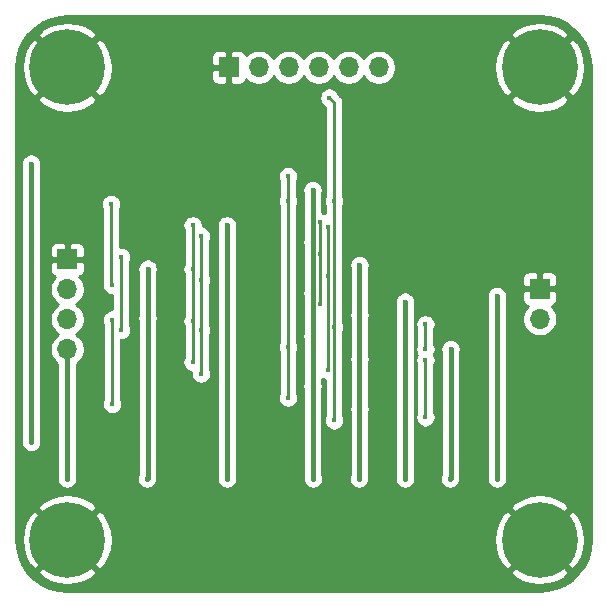
<source format=gbr>
%TF.GenerationSoftware,KiCad,Pcbnew,(5.1.9)-1*%
%TF.CreationDate,2021-04-27T12:28:50+01:00*%
%TF.ProjectId,LLC-003,4c4c432d-3030-4332-9e6b-696361645f70,1.0*%
%TF.SameCoordinates,Original*%
%TF.FileFunction,Copper,L2,Bot*%
%TF.FilePolarity,Positive*%
%FSLAX46Y46*%
G04 Gerber Fmt 4.6, Leading zero omitted, Abs format (unit mm)*
G04 Created by KiCad (PCBNEW (5.1.9)-1) date 2021-04-27 12:28:50*
%MOMM*%
%LPD*%
G01*
G04 APERTURE LIST*
%TA.AperFunction,ComponentPad*%
%ADD10O,1.700000X1.700000*%
%TD*%
%TA.AperFunction,ComponentPad*%
%ADD11R,1.700000X1.700000*%
%TD*%
%TA.AperFunction,ComponentPad*%
%ADD12C,0.800000*%
%TD*%
%TA.AperFunction,ComponentPad*%
%ADD13C,6.400000*%
%TD*%
%TA.AperFunction,ViaPad*%
%ADD14C,0.450000*%
%TD*%
%TA.AperFunction,Conductor*%
%ADD15C,0.250000*%
%TD*%
%TA.AperFunction,Conductor*%
%ADD16C,0.400000*%
%TD*%
%TA.AperFunction,Conductor*%
%ADD17C,0.254000*%
%TD*%
%TA.AperFunction,Conductor*%
%ADD18C,0.100000*%
%TD*%
G04 APERTURE END LIST*
D10*
%TO.P,J3,2*%
%TO.N,Net-(D15-Pad2)*%
X160000000Y-91290000D03*
D11*
%TO.P,J3,1*%
%TO.N,GND*%
X160000000Y-88750000D03*
%TD*%
D10*
%TO.P,J2,6*%
%TO.N,/~OUT*%
X146365200Y-70000000D03*
%TO.P,J2,5*%
%TO.N,/B_MUX*%
X143825200Y-70000000D03*
%TO.P,J2,4*%
%TO.N,/A_MUX*%
X141285200Y-70000000D03*
%TO.P,J2,3*%
%TO.N,/~IN_B*%
X138745200Y-70000000D03*
%TO.P,J2,2*%
%TO.N,/~IN_A*%
X136205200Y-70000000D03*
D11*
%TO.P,J2,1*%
%TO.N,GND*%
X133665200Y-70000000D03*
%TD*%
D10*
%TO.P,J1,4*%
%TO.N,VCC*%
X120000000Y-93870000D03*
%TO.P,J1,3*%
%TO.N,/INA*%
X120000000Y-91330000D03*
%TO.P,J1,2*%
%TO.N,/INB*%
X120000000Y-88790000D03*
D11*
%TO.P,J1,1*%
%TO.N,GND*%
X120000000Y-86250000D03*
%TD*%
D12*
%TO.P,H4,1*%
%TO.N,GND*%
X161697056Y-108302944D03*
X160000000Y-107600000D03*
X158302944Y-108302944D03*
X157600000Y-110000000D03*
X158302944Y-111697056D03*
X160000000Y-112400000D03*
X161697056Y-111697056D03*
X162400000Y-110000000D03*
D13*
X160000000Y-110000000D03*
%TD*%
D12*
%TO.P,H3,1*%
%TO.N,GND*%
X161697056Y-68302944D03*
X160000000Y-67600000D03*
X158302944Y-68302944D03*
X157600000Y-70000000D03*
X158302944Y-71697056D03*
X160000000Y-72400000D03*
X161697056Y-71697056D03*
X162400000Y-70000000D03*
D13*
X160000000Y-70000000D03*
%TD*%
D12*
%TO.P,H2,1*%
%TO.N,GND*%
X121697056Y-68302944D03*
X120000000Y-67600000D03*
X118302944Y-68302944D03*
X117600000Y-70000000D03*
X118302944Y-71697056D03*
X120000000Y-72400000D03*
X121697056Y-71697056D03*
X122400000Y-70000000D03*
D13*
X120000000Y-70000000D03*
%TD*%
D12*
%TO.P,H1,1*%
%TO.N,GND*%
X121697056Y-108302944D03*
X120000000Y-107600000D03*
X118302944Y-108302944D03*
X117600000Y-110000000D03*
X118302944Y-111697056D03*
X120000000Y-112400000D03*
X121697056Y-111697056D03*
X122400000Y-110000000D03*
D13*
X120000000Y-110000000D03*
%TD*%
D14*
%TO.N,Net-(D3-Pad2)*%
X131328400Y-95928400D03*
X131328400Y-92220000D03*
X131328400Y-88003600D03*
X131328400Y-84295200D03*
%TO.N,/~IN_A*%
X124572000Y-92220000D03*
X124572000Y-86073194D03*
%TO.N,/A_MUX*%
X142606000Y-81348800D03*
X142188408Y-72558064D03*
X142606000Y-91966000D03*
X142606000Y-99890800D03*
%TO.N,/B_MUX*%
X138694400Y-93693200D03*
X138694400Y-97960400D03*
X138694400Y-81348800D03*
X138694400Y-79215200D03*
%TO.N,GND*%
X126908800Y-79621600D03*
X122590800Y-96893600D03*
X124622800Y-93185200D03*
X129448800Y-96995200D03*
X131328400Y-96893600D03*
X132242800Y-93947200D03*
X132242800Y-89730800D03*
X125588000Y-89680000D03*
X122590800Y-83279200D03*
X129448800Y-83431600D03*
X132242800Y-85971600D03*
X136764000Y-85870000D03*
X136764000Y-81602800D03*
X136814800Y-90086400D03*
X136764000Y-94302800D03*
X138709594Y-98910400D03*
X139558000Y-95369600D03*
X139558000Y-91712000D03*
X139558000Y-87495600D03*
X144384000Y-82314000D03*
X143418800Y-89375200D03*
X143418800Y-93642400D03*
X143418800Y-97300000D03*
X142555200Y-100856000D03*
X146416000Y-99687600D03*
X146365200Y-91762800D03*
X151140400Y-96487200D03*
X154137600Y-100449600D03*
X154188400Y-91305600D03*
X136205200Y-78046800D03*
X138745200Y-78046800D03*
X141285200Y-78046800D03*
X143825200Y-78046800D03*
X146365200Y-78046800D03*
X127772400Y-99687600D03*
%TO.N,VCC*%
X126807200Y-87038400D03*
X126807200Y-91254800D03*
X133512800Y-83380800D03*
X133512800Y-87038400D03*
X133512800Y-91254800D03*
X133512800Y-94963200D03*
X140777200Y-80383600D03*
X140777200Y-84803200D03*
X140777200Y-89070400D03*
X140777200Y-92728000D03*
X140777200Y-96995200D03*
X144739600Y-98925600D03*
X144739600Y-94658400D03*
X144739600Y-91000800D03*
X144739600Y-86733600D03*
X144688800Y-104818400D03*
X156372800Y-89375200D03*
X156372800Y-104818400D03*
X152461200Y-93845600D03*
X152410400Y-104818400D03*
X140828000Y-104818400D03*
X133512800Y-104818400D03*
X126756400Y-104818400D03*
X120000000Y-104818400D03*
X148600400Y-89832400D03*
X148600400Y-97757200D03*
X148600400Y-104818400D03*
X116952000Y-101719600D03*
X116952000Y-78148400D03*
X116952000Y-93845600D03*
%TO.N,Net-(U10-Pad2)*%
X141437600Y-90035600D03*
X141437600Y-85768400D03*
X141437600Y-83126800D03*
%TO.N,Net-(U13-Pad2)*%
X142047200Y-95623600D03*
X142047200Y-87698800D03*
X142047200Y-83482400D03*
%TO.N,Net-(U17-Pad4)*%
X150327600Y-93845600D03*
X150327600Y-91762800D03*
%TO.N,Net-(U18-Pad4)*%
X150327600Y-99636800D03*
X150327600Y-94810800D03*
%TO.N,Net-(D4-Pad2)*%
X130617200Y-83380800D03*
X130617200Y-87038400D03*
X130617400Y-91457800D03*
X130617200Y-94963200D03*
%TO.N,/INA*%
X123810000Y-91356400D03*
X123795200Y-98504400D03*
%TO.N,/INB*%
X123708400Y-81552000D03*
X123810000Y-88410000D03*
%TD*%
D15*
%TO.N,Net-(D3-Pad2)*%
X131328400Y-95928400D02*
X131328400Y-92220000D01*
X131328400Y-92220000D02*
X131328400Y-88003600D01*
X131328400Y-84295200D02*
X131328400Y-88003600D01*
%TO.N,/~IN_A*%
X124572000Y-92220000D02*
X124572000Y-86073194D01*
%TO.N,/A_MUX*%
X142606000Y-72975656D02*
X142188408Y-72558064D01*
X142606000Y-81348800D02*
X142606000Y-72975656D01*
X142606000Y-81348800D02*
X142606000Y-91966000D01*
X142606000Y-91966000D02*
X142606000Y-99890800D01*
%TO.N,/B_MUX*%
X138694400Y-93693200D02*
X138694400Y-97960400D01*
X138694400Y-93693200D02*
X138694400Y-81348800D01*
X138694400Y-79215200D02*
X138694400Y-81348800D01*
D16*
%TO.N,VCC*%
X126807200Y-87038400D02*
X126807200Y-91254800D01*
X126807200Y-91254800D02*
X126807200Y-104767600D01*
X133512800Y-83380800D02*
X133512800Y-87038400D01*
X133512800Y-87038400D02*
X133512800Y-91254800D01*
X133512800Y-91254800D02*
X133512800Y-94963200D01*
X133512800Y-94963200D02*
X133512800Y-104818400D01*
X140777200Y-80383600D02*
X140777200Y-84803200D01*
X140777200Y-84803200D02*
X140777200Y-89070400D01*
X140777200Y-89070400D02*
X140777200Y-92728000D01*
X140777200Y-92728000D02*
X140777200Y-96995200D01*
X140777200Y-104767600D02*
X140828000Y-104818400D01*
X140777200Y-96995200D02*
X140777200Y-104767600D01*
X144739600Y-98925600D02*
X144739600Y-94658400D01*
X144739600Y-94658400D02*
X144739600Y-91000800D01*
X144739600Y-91000800D02*
X144739600Y-86733600D01*
X144739600Y-104767600D02*
X144688800Y-104818400D01*
X144739600Y-98925600D02*
X144739600Y-104767600D01*
X156372800Y-89375200D02*
X156372800Y-104818400D01*
X152461200Y-104767600D02*
X152410400Y-104818400D01*
X152461200Y-93845600D02*
X152461200Y-104767600D01*
X126807200Y-104767600D02*
X126756400Y-104818400D01*
X148600400Y-89832400D02*
X148600400Y-97757200D01*
X148600400Y-97757200D02*
X148600400Y-104818400D01*
X116952000Y-93845600D02*
X116952000Y-78148400D01*
X116952000Y-101719600D02*
X116952000Y-93845600D01*
X120000000Y-104818400D02*
X120000000Y-93870000D01*
D15*
%TO.N,Net-(U10-Pad2)*%
X141437600Y-90035600D02*
X141437600Y-85768400D01*
X141437600Y-85768400D02*
X141437600Y-83126800D01*
%TO.N,Net-(U13-Pad2)*%
X142047200Y-95623600D02*
X142047200Y-87698800D01*
X142047200Y-87698800D02*
X142047200Y-83482400D01*
%TO.N,Net-(U17-Pad4)*%
X150327600Y-93845600D02*
X150327600Y-91762800D01*
%TO.N,Net-(U18-Pad4)*%
X150327600Y-99636800D02*
X150327600Y-94810800D01*
%TO.N,Net-(D4-Pad2)*%
X130617200Y-83380800D02*
X130617200Y-87038400D01*
X130617200Y-91457600D02*
X130617400Y-91457800D01*
X130617200Y-87038400D02*
X130617200Y-91457600D01*
X130617400Y-94963000D02*
X130617200Y-94963200D01*
X130617400Y-91457800D02*
X130617400Y-94963000D01*
%TO.N,/INA*%
X123810000Y-98489600D02*
X123795200Y-98504400D01*
X123810000Y-91356400D02*
X123810000Y-98489600D01*
%TO.N,/INB*%
X123708400Y-88308400D02*
X123810000Y-88410000D01*
X123708400Y-81552000D02*
X123708400Y-88308400D01*
%TD*%
D17*
%TO.N,GND*%
X160768083Y-65731173D02*
X161511891Y-65934656D01*
X162207905Y-66266638D01*
X162834130Y-66716626D01*
X163370777Y-67270403D01*
X163800871Y-67910451D01*
X164110829Y-68616553D01*
X164292065Y-69371457D01*
X164340001Y-70024220D01*
X164340000Y-109970608D01*
X164268827Y-110768083D01*
X164065344Y-111511890D01*
X163733363Y-112207904D01*
X163283374Y-112834130D01*
X162729597Y-113370777D01*
X162089549Y-113800871D01*
X161383447Y-114110829D01*
X160628543Y-114292065D01*
X159975793Y-114340000D01*
X120029392Y-114340000D01*
X119231917Y-114268827D01*
X118488110Y-114065344D01*
X117792096Y-113733363D01*
X117165870Y-113283374D01*
X116629223Y-112729597D01*
X116609927Y-112700881D01*
X117478724Y-112700881D01*
X117838912Y-113190548D01*
X118502882Y-113550849D01*
X119224385Y-113774694D01*
X119975695Y-113853480D01*
X120727938Y-113784178D01*
X121452208Y-113569452D01*
X122120670Y-113217555D01*
X122161088Y-113190548D01*
X122521276Y-112700881D01*
X157478724Y-112700881D01*
X157838912Y-113190548D01*
X158502882Y-113550849D01*
X159224385Y-113774694D01*
X159975695Y-113853480D01*
X160727938Y-113784178D01*
X161452208Y-113569452D01*
X162120670Y-113217555D01*
X162161088Y-113190548D01*
X162521276Y-112700881D01*
X160000000Y-110179605D01*
X157478724Y-112700881D01*
X122521276Y-112700881D01*
X120000000Y-110179605D01*
X117478724Y-112700881D01*
X116609927Y-112700881D01*
X116199129Y-112089549D01*
X115889171Y-111383447D01*
X115707935Y-110628543D01*
X115660000Y-109975793D01*
X115660000Y-109975695D01*
X116146520Y-109975695D01*
X116215822Y-110727938D01*
X116430548Y-111452208D01*
X116782445Y-112120670D01*
X116809452Y-112161088D01*
X117299119Y-112521276D01*
X119820395Y-110000000D01*
X120179605Y-110000000D01*
X122700881Y-112521276D01*
X123190548Y-112161088D01*
X123550849Y-111497118D01*
X123774694Y-110775615D01*
X123853480Y-110024305D01*
X123849002Y-109975695D01*
X156146520Y-109975695D01*
X156215822Y-110727938D01*
X156430548Y-111452208D01*
X156782445Y-112120670D01*
X156809452Y-112161088D01*
X157299119Y-112521276D01*
X159820395Y-110000000D01*
X160179605Y-110000000D01*
X162700881Y-112521276D01*
X163190548Y-112161088D01*
X163550849Y-111497118D01*
X163774694Y-110775615D01*
X163853480Y-110024305D01*
X163784178Y-109272062D01*
X163569452Y-108547792D01*
X163217555Y-107879330D01*
X163190548Y-107838912D01*
X162700881Y-107478724D01*
X160179605Y-110000000D01*
X159820395Y-110000000D01*
X157299119Y-107478724D01*
X156809452Y-107838912D01*
X156449151Y-108502882D01*
X156225306Y-109224385D01*
X156146520Y-109975695D01*
X123849002Y-109975695D01*
X123784178Y-109272062D01*
X123569452Y-108547792D01*
X123217555Y-107879330D01*
X123190548Y-107838912D01*
X122700881Y-107478724D01*
X120179605Y-110000000D01*
X119820395Y-110000000D01*
X117299119Y-107478724D01*
X116809452Y-107838912D01*
X116449151Y-108502882D01*
X116225306Y-109224385D01*
X116146520Y-109975695D01*
X115660000Y-109975695D01*
X115660000Y-107299119D01*
X117478724Y-107299119D01*
X120000000Y-109820395D01*
X122521276Y-107299119D01*
X157478724Y-107299119D01*
X160000000Y-109820395D01*
X162521276Y-107299119D01*
X162161088Y-106809452D01*
X161497118Y-106449151D01*
X160775615Y-106225306D01*
X160024305Y-106146520D01*
X159272062Y-106215822D01*
X158547792Y-106430548D01*
X157879330Y-106782445D01*
X157838912Y-106809452D01*
X157478724Y-107299119D01*
X122521276Y-107299119D01*
X122161088Y-106809452D01*
X121497118Y-106449151D01*
X120775615Y-106225306D01*
X120024305Y-106146520D01*
X119272062Y-106215822D01*
X118547792Y-106430548D01*
X117879330Y-106782445D01*
X117838912Y-106809452D01*
X117478724Y-107299119D01*
X115660000Y-107299119D01*
X115660000Y-78063697D01*
X116092000Y-78063697D01*
X116092000Y-78233103D01*
X116117001Y-78358793D01*
X116117000Y-93635212D01*
X116092000Y-93760897D01*
X116092000Y-93930303D01*
X116117001Y-94055992D01*
X116117000Y-101509212D01*
X116092000Y-101634897D01*
X116092000Y-101804303D01*
X116125049Y-101970453D01*
X116189878Y-102126963D01*
X116283995Y-102267818D01*
X116403782Y-102387605D01*
X116544637Y-102481722D01*
X116701147Y-102546551D01*
X116867297Y-102579600D01*
X117036703Y-102579600D01*
X117202853Y-102546551D01*
X117359363Y-102481722D01*
X117500218Y-102387605D01*
X117620005Y-102267818D01*
X117714122Y-102126963D01*
X117778951Y-101970453D01*
X117812000Y-101804303D01*
X117812000Y-101634897D01*
X117787000Y-101509212D01*
X117787000Y-94055988D01*
X117812000Y-93930303D01*
X117812000Y-93760897D01*
X117787000Y-93635212D01*
X117787000Y-87100000D01*
X118511928Y-87100000D01*
X118524188Y-87224482D01*
X118560498Y-87344180D01*
X118619463Y-87454494D01*
X118698815Y-87551185D01*
X118795506Y-87630537D01*
X118905820Y-87689502D01*
X118978380Y-87711513D01*
X118846525Y-87843368D01*
X118684010Y-88086589D01*
X118572068Y-88356842D01*
X118515000Y-88643740D01*
X118515000Y-88936260D01*
X118572068Y-89223158D01*
X118684010Y-89493411D01*
X118846525Y-89736632D01*
X119053368Y-89943475D01*
X119227760Y-90060000D01*
X119053368Y-90176525D01*
X118846525Y-90383368D01*
X118684010Y-90626589D01*
X118572068Y-90896842D01*
X118515000Y-91183740D01*
X118515000Y-91476260D01*
X118572068Y-91763158D01*
X118684010Y-92033411D01*
X118846525Y-92276632D01*
X119053368Y-92483475D01*
X119227760Y-92600000D01*
X119053368Y-92716525D01*
X118846525Y-92923368D01*
X118684010Y-93166589D01*
X118572068Y-93436842D01*
X118515000Y-93723740D01*
X118515000Y-94016260D01*
X118572068Y-94303158D01*
X118684010Y-94573411D01*
X118846525Y-94816632D01*
X119053368Y-95023475D01*
X119165001Y-95098066D01*
X119165000Y-104608012D01*
X119140000Y-104733697D01*
X119140000Y-104903103D01*
X119173049Y-105069253D01*
X119237878Y-105225763D01*
X119331995Y-105366618D01*
X119451782Y-105486405D01*
X119592637Y-105580522D01*
X119749147Y-105645351D01*
X119915297Y-105678400D01*
X120084703Y-105678400D01*
X120250853Y-105645351D01*
X120407363Y-105580522D01*
X120548218Y-105486405D01*
X120668005Y-105366618D01*
X120762122Y-105225763D01*
X120826951Y-105069253D01*
X120860000Y-104903103D01*
X120860000Y-104733697D01*
X125896400Y-104733697D01*
X125896400Y-104903103D01*
X125929449Y-105069253D01*
X125994278Y-105225763D01*
X126088395Y-105366618D01*
X126208182Y-105486405D01*
X126349037Y-105580522D01*
X126505547Y-105645351D01*
X126671697Y-105678400D01*
X126841103Y-105678400D01*
X127007253Y-105645351D01*
X127163763Y-105580522D01*
X127304618Y-105486405D01*
X127424405Y-105366618D01*
X127518522Y-105225763D01*
X127550954Y-105147465D01*
X127582372Y-105088687D01*
X127630118Y-104931289D01*
X127642200Y-104808619D01*
X127646240Y-104767601D01*
X127642200Y-104726582D01*
X127642200Y-91465188D01*
X127667200Y-91339503D01*
X127667200Y-91170097D01*
X127642200Y-91044412D01*
X127642200Y-87248788D01*
X127667200Y-87123103D01*
X127667200Y-86953697D01*
X127634151Y-86787547D01*
X127569322Y-86631037D01*
X127475205Y-86490182D01*
X127355418Y-86370395D01*
X127214563Y-86276278D01*
X127058053Y-86211449D01*
X126891903Y-86178400D01*
X126722497Y-86178400D01*
X126556347Y-86211449D01*
X126399837Y-86276278D01*
X126258982Y-86370395D01*
X126139195Y-86490182D01*
X126045078Y-86631037D01*
X125980249Y-86787547D01*
X125947200Y-86953697D01*
X125947200Y-87123103D01*
X125972200Y-87248788D01*
X125972201Y-91044408D01*
X125947200Y-91170097D01*
X125947200Y-91339503D01*
X125972200Y-91465188D01*
X125972201Y-104464335D01*
X125929449Y-104567547D01*
X125896400Y-104733697D01*
X120860000Y-104733697D01*
X120835000Y-104608012D01*
X120835000Y-95098065D01*
X120946632Y-95023475D01*
X121153475Y-94816632D01*
X121315990Y-94573411D01*
X121427932Y-94303158D01*
X121485000Y-94016260D01*
X121485000Y-93723740D01*
X121427932Y-93436842D01*
X121315990Y-93166589D01*
X121153475Y-92923368D01*
X120946632Y-92716525D01*
X120772240Y-92600000D01*
X120946632Y-92483475D01*
X121153475Y-92276632D01*
X121315990Y-92033411D01*
X121427932Y-91763158D01*
X121485000Y-91476260D01*
X121485000Y-91183740D01*
X121427932Y-90896842D01*
X121315990Y-90626589D01*
X121153475Y-90383368D01*
X120946632Y-90176525D01*
X120772240Y-90060000D01*
X120946632Y-89943475D01*
X121153475Y-89736632D01*
X121315990Y-89493411D01*
X121427932Y-89223158D01*
X121485000Y-88936260D01*
X121485000Y-88643740D01*
X121427932Y-88356842D01*
X121315990Y-88086589D01*
X121153475Y-87843368D01*
X121021620Y-87711513D01*
X121094180Y-87689502D01*
X121204494Y-87630537D01*
X121301185Y-87551185D01*
X121380537Y-87454494D01*
X121439502Y-87344180D01*
X121475812Y-87224482D01*
X121488072Y-87100000D01*
X121485000Y-86535750D01*
X121326250Y-86377000D01*
X120127000Y-86377000D01*
X120127000Y-86397000D01*
X119873000Y-86397000D01*
X119873000Y-86377000D01*
X118673750Y-86377000D01*
X118515000Y-86535750D01*
X118511928Y-87100000D01*
X117787000Y-87100000D01*
X117787000Y-85400000D01*
X118511928Y-85400000D01*
X118515000Y-85964250D01*
X118673750Y-86123000D01*
X119873000Y-86123000D01*
X119873000Y-84923750D01*
X120127000Y-84923750D01*
X120127000Y-86123000D01*
X121326250Y-86123000D01*
X121485000Y-85964250D01*
X121488072Y-85400000D01*
X121475812Y-85275518D01*
X121439502Y-85155820D01*
X121380537Y-85045506D01*
X121301185Y-84948815D01*
X121204494Y-84869463D01*
X121094180Y-84810498D01*
X120974482Y-84774188D01*
X120850000Y-84761928D01*
X120285750Y-84765000D01*
X120127000Y-84923750D01*
X119873000Y-84923750D01*
X119714250Y-84765000D01*
X119150000Y-84761928D01*
X119025518Y-84774188D01*
X118905820Y-84810498D01*
X118795506Y-84869463D01*
X118698815Y-84948815D01*
X118619463Y-85045506D01*
X118560498Y-85155820D01*
X118524188Y-85275518D01*
X118511928Y-85400000D01*
X117787000Y-85400000D01*
X117787000Y-81467297D01*
X122848400Y-81467297D01*
X122848400Y-81636703D01*
X122881449Y-81802853D01*
X122946278Y-81959363D01*
X122948400Y-81962539D01*
X122948401Y-88271068D01*
X122944724Y-88308400D01*
X122948401Y-88345733D01*
X122950000Y-88361968D01*
X122950000Y-88494703D01*
X122983049Y-88660853D01*
X123047878Y-88817363D01*
X123141995Y-88958218D01*
X123261782Y-89078005D01*
X123402637Y-89172122D01*
X123559147Y-89236951D01*
X123725297Y-89270000D01*
X123812000Y-89270000D01*
X123812000Y-90496400D01*
X123725297Y-90496400D01*
X123559147Y-90529449D01*
X123402637Y-90594278D01*
X123261782Y-90688395D01*
X123141995Y-90808182D01*
X123047878Y-90949037D01*
X122983049Y-91105547D01*
X122950000Y-91271697D01*
X122950000Y-91441103D01*
X122983049Y-91607253D01*
X123047878Y-91763763D01*
X123050000Y-91766939D01*
X123050001Y-98071710D01*
X123033078Y-98097037D01*
X122968249Y-98253547D01*
X122935200Y-98419697D01*
X122935200Y-98589103D01*
X122968249Y-98755253D01*
X123033078Y-98911763D01*
X123127195Y-99052618D01*
X123246982Y-99172405D01*
X123387837Y-99266522D01*
X123544347Y-99331351D01*
X123710497Y-99364400D01*
X123879903Y-99364400D01*
X124046053Y-99331351D01*
X124202563Y-99266522D01*
X124343418Y-99172405D01*
X124463205Y-99052618D01*
X124557322Y-98911763D01*
X124622151Y-98755253D01*
X124655200Y-98589103D01*
X124655200Y-98419697D01*
X124622151Y-98253547D01*
X124570000Y-98127644D01*
X124570000Y-93080000D01*
X124656703Y-93080000D01*
X124822853Y-93046951D01*
X124979363Y-92982122D01*
X125120218Y-92888005D01*
X125240005Y-92768218D01*
X125334122Y-92627363D01*
X125398951Y-92470853D01*
X125432000Y-92304703D01*
X125432000Y-92135297D01*
X125398951Y-91969147D01*
X125334122Y-91812637D01*
X125332000Y-91809461D01*
X125332000Y-86483733D01*
X125334122Y-86480557D01*
X125398951Y-86324047D01*
X125432000Y-86157897D01*
X125432000Y-85988491D01*
X125398951Y-85822341D01*
X125334122Y-85665831D01*
X125240005Y-85524976D01*
X125120218Y-85405189D01*
X124979363Y-85311072D01*
X124822853Y-85246243D01*
X124656703Y-85213194D01*
X124487297Y-85213194D01*
X124468400Y-85216953D01*
X124468400Y-83296097D01*
X129757200Y-83296097D01*
X129757200Y-83465503D01*
X129790249Y-83631653D01*
X129855078Y-83788163D01*
X129857200Y-83791339D01*
X129857201Y-86627860D01*
X129855078Y-86631037D01*
X129790249Y-86787547D01*
X129757200Y-86953697D01*
X129757200Y-87123103D01*
X129790249Y-87289253D01*
X129855078Y-87445763D01*
X129857200Y-87448939D01*
X129857201Y-91047559D01*
X129855278Y-91050437D01*
X129790449Y-91206947D01*
X129757400Y-91373097D01*
X129757400Y-91542503D01*
X129790449Y-91708653D01*
X129855278Y-91865163D01*
X129857400Y-91868339D01*
X129857401Y-94552361D01*
X129855078Y-94555837D01*
X129790249Y-94712347D01*
X129757200Y-94878497D01*
X129757200Y-95047903D01*
X129790249Y-95214053D01*
X129855078Y-95370563D01*
X129949195Y-95511418D01*
X130068982Y-95631205D01*
X130209837Y-95725322D01*
X130366347Y-95790151D01*
X130474761Y-95811716D01*
X130468400Y-95843697D01*
X130468400Y-96013103D01*
X130501449Y-96179253D01*
X130566278Y-96335763D01*
X130660395Y-96476618D01*
X130780182Y-96596405D01*
X130921037Y-96690522D01*
X131077547Y-96755351D01*
X131243697Y-96788400D01*
X131413103Y-96788400D01*
X131579253Y-96755351D01*
X131735763Y-96690522D01*
X131876618Y-96596405D01*
X131996405Y-96476618D01*
X132090522Y-96335763D01*
X132155351Y-96179253D01*
X132188400Y-96013103D01*
X132188400Y-95843697D01*
X132155351Y-95677547D01*
X132090522Y-95521037D01*
X132088400Y-95517861D01*
X132088400Y-92630539D01*
X132090522Y-92627363D01*
X132155351Y-92470853D01*
X132188400Y-92304703D01*
X132188400Y-92135297D01*
X132155351Y-91969147D01*
X132090522Y-91812637D01*
X132088400Y-91809461D01*
X132088400Y-88414139D01*
X132090522Y-88410963D01*
X132155351Y-88254453D01*
X132188400Y-88088303D01*
X132188400Y-87918897D01*
X132155351Y-87752747D01*
X132090522Y-87596237D01*
X132088400Y-87593061D01*
X132088400Y-84705739D01*
X132090522Y-84702563D01*
X132155351Y-84546053D01*
X132188400Y-84379903D01*
X132188400Y-84210497D01*
X132155351Y-84044347D01*
X132090522Y-83887837D01*
X131996405Y-83746982D01*
X131876618Y-83627195D01*
X131735763Y-83533078D01*
X131579253Y-83468249D01*
X131477200Y-83447950D01*
X131477200Y-83296097D01*
X132652800Y-83296097D01*
X132652800Y-83465503D01*
X132677800Y-83591188D01*
X132677801Y-86828008D01*
X132652800Y-86953697D01*
X132652800Y-87123103D01*
X132677800Y-87248788D01*
X132677801Y-91044408D01*
X132652800Y-91170097D01*
X132652800Y-91339503D01*
X132677800Y-91465188D01*
X132677801Y-94752808D01*
X132652800Y-94878497D01*
X132652800Y-95047903D01*
X132677800Y-95173588D01*
X132677801Y-104608008D01*
X132652800Y-104733697D01*
X132652800Y-104903103D01*
X132685849Y-105069253D01*
X132750678Y-105225763D01*
X132844795Y-105366618D01*
X132964582Y-105486405D01*
X133105437Y-105580522D01*
X133261947Y-105645351D01*
X133428097Y-105678400D01*
X133597503Y-105678400D01*
X133763653Y-105645351D01*
X133920163Y-105580522D01*
X134061018Y-105486405D01*
X134180805Y-105366618D01*
X134274922Y-105225763D01*
X134339751Y-105069253D01*
X134372800Y-104903103D01*
X134372800Y-104733697D01*
X134347800Y-104608012D01*
X134347800Y-95173588D01*
X134372800Y-95047903D01*
X134372800Y-94878497D01*
X134347800Y-94752812D01*
X134347800Y-91465188D01*
X134372800Y-91339503D01*
X134372800Y-91170097D01*
X134347800Y-91044412D01*
X134347800Y-87248788D01*
X134372800Y-87123103D01*
X134372800Y-86953697D01*
X134347800Y-86828012D01*
X134347800Y-83591188D01*
X134372800Y-83465503D01*
X134372800Y-83296097D01*
X134339751Y-83129947D01*
X134274922Y-82973437D01*
X134180805Y-82832582D01*
X134061018Y-82712795D01*
X133920163Y-82618678D01*
X133763653Y-82553849D01*
X133597503Y-82520800D01*
X133428097Y-82520800D01*
X133261947Y-82553849D01*
X133105437Y-82618678D01*
X132964582Y-82712795D01*
X132844795Y-82832582D01*
X132750678Y-82973437D01*
X132685849Y-83129947D01*
X132652800Y-83296097D01*
X131477200Y-83296097D01*
X131444151Y-83129947D01*
X131379322Y-82973437D01*
X131285205Y-82832582D01*
X131165418Y-82712795D01*
X131024563Y-82618678D01*
X130868053Y-82553849D01*
X130701903Y-82520800D01*
X130532497Y-82520800D01*
X130366347Y-82553849D01*
X130209837Y-82618678D01*
X130068982Y-82712795D01*
X129949195Y-82832582D01*
X129855078Y-82973437D01*
X129790249Y-83129947D01*
X129757200Y-83296097D01*
X124468400Y-83296097D01*
X124468400Y-81962539D01*
X124470522Y-81959363D01*
X124535351Y-81802853D01*
X124568400Y-81636703D01*
X124568400Y-81467297D01*
X124535351Y-81301147D01*
X124470522Y-81144637D01*
X124376405Y-81003782D01*
X124256618Y-80883995D01*
X124115763Y-80789878D01*
X123959253Y-80725049D01*
X123793103Y-80692000D01*
X123623697Y-80692000D01*
X123457547Y-80725049D01*
X123301037Y-80789878D01*
X123160182Y-80883995D01*
X123040395Y-81003782D01*
X122946278Y-81144637D01*
X122881449Y-81301147D01*
X122848400Y-81467297D01*
X117787000Y-81467297D01*
X117787000Y-79130497D01*
X137834400Y-79130497D01*
X137834400Y-79299903D01*
X137867449Y-79466053D01*
X137932278Y-79622563D01*
X137934400Y-79625739D01*
X137934401Y-80938260D01*
X137932278Y-80941437D01*
X137867449Y-81097947D01*
X137834400Y-81264097D01*
X137834400Y-81433503D01*
X137867449Y-81599653D01*
X137932278Y-81756163D01*
X137934401Y-81759340D01*
X137934400Y-93282661D01*
X137932278Y-93285837D01*
X137867449Y-93442347D01*
X137834400Y-93608497D01*
X137834400Y-93777903D01*
X137867449Y-93944053D01*
X137932278Y-94100563D01*
X137934400Y-94103739D01*
X137934401Y-97549860D01*
X137932278Y-97553037D01*
X137867449Y-97709547D01*
X137834400Y-97875697D01*
X137834400Y-98045103D01*
X137867449Y-98211253D01*
X137932278Y-98367763D01*
X138026395Y-98508618D01*
X138146182Y-98628405D01*
X138287037Y-98722522D01*
X138443547Y-98787351D01*
X138609697Y-98820400D01*
X138779103Y-98820400D01*
X138945253Y-98787351D01*
X139101763Y-98722522D01*
X139242618Y-98628405D01*
X139362405Y-98508618D01*
X139456522Y-98367763D01*
X139521351Y-98211253D01*
X139554400Y-98045103D01*
X139554400Y-97875697D01*
X139521351Y-97709547D01*
X139456522Y-97553037D01*
X139454400Y-97549861D01*
X139454400Y-94103739D01*
X139456522Y-94100563D01*
X139521351Y-93944053D01*
X139554400Y-93777903D01*
X139554400Y-93608497D01*
X139521351Y-93442347D01*
X139456522Y-93285837D01*
X139454400Y-93282661D01*
X139454400Y-81759339D01*
X139456522Y-81756163D01*
X139521351Y-81599653D01*
X139554400Y-81433503D01*
X139554400Y-81264097D01*
X139521351Y-81097947D01*
X139456522Y-80941437D01*
X139454400Y-80938261D01*
X139454400Y-80298897D01*
X139917200Y-80298897D01*
X139917200Y-80468303D01*
X139942200Y-80593988D01*
X139942201Y-84592808D01*
X139917200Y-84718497D01*
X139917200Y-84887903D01*
X139942200Y-85013588D01*
X139942201Y-88860008D01*
X139917200Y-88985697D01*
X139917200Y-89155103D01*
X139942200Y-89280788D01*
X139942201Y-92517608D01*
X139917200Y-92643297D01*
X139917200Y-92812703D01*
X139942200Y-92938388D01*
X139942201Y-96784808D01*
X139917200Y-96910497D01*
X139917200Y-97079903D01*
X139942200Y-97205588D01*
X139942201Y-104726571D01*
X139938160Y-104767600D01*
X139954282Y-104931288D01*
X140002028Y-105088686D01*
X140029182Y-105139487D01*
X140033442Y-105147457D01*
X140065878Y-105225763D01*
X140159995Y-105366618D01*
X140279782Y-105486405D01*
X140420637Y-105580522D01*
X140577147Y-105645351D01*
X140743297Y-105678400D01*
X140912703Y-105678400D01*
X141078853Y-105645351D01*
X141235363Y-105580522D01*
X141376218Y-105486405D01*
X141496005Y-105366618D01*
X141590122Y-105225763D01*
X141654951Y-105069253D01*
X141688000Y-104903103D01*
X141688000Y-104733697D01*
X143828800Y-104733697D01*
X143828800Y-104903103D01*
X143861849Y-105069253D01*
X143926678Y-105225763D01*
X144020795Y-105366618D01*
X144140582Y-105486405D01*
X144281437Y-105580522D01*
X144437947Y-105645351D01*
X144604097Y-105678400D01*
X144773503Y-105678400D01*
X144939653Y-105645351D01*
X145096163Y-105580522D01*
X145237018Y-105486405D01*
X145356805Y-105366618D01*
X145450922Y-105225763D01*
X145483354Y-105147465D01*
X145514772Y-105088687D01*
X145562518Y-104931289D01*
X145574600Y-104808619D01*
X145578640Y-104767601D01*
X145574600Y-104726582D01*
X145574600Y-99135988D01*
X145599600Y-99010303D01*
X145599600Y-98840897D01*
X145574600Y-98715212D01*
X145574600Y-94868788D01*
X145599600Y-94743103D01*
X145599600Y-94573697D01*
X145574600Y-94448012D01*
X145574600Y-91211188D01*
X145599600Y-91085503D01*
X145599600Y-90916097D01*
X145574600Y-90790412D01*
X145574600Y-89747697D01*
X147740400Y-89747697D01*
X147740400Y-89917103D01*
X147765400Y-90042788D01*
X147765401Y-97546808D01*
X147740400Y-97672497D01*
X147740400Y-97841903D01*
X147765400Y-97967588D01*
X147765401Y-104608008D01*
X147740400Y-104733697D01*
X147740400Y-104903103D01*
X147773449Y-105069253D01*
X147838278Y-105225763D01*
X147932395Y-105366618D01*
X148052182Y-105486405D01*
X148193037Y-105580522D01*
X148349547Y-105645351D01*
X148515697Y-105678400D01*
X148685103Y-105678400D01*
X148851253Y-105645351D01*
X149007763Y-105580522D01*
X149148618Y-105486405D01*
X149268405Y-105366618D01*
X149362522Y-105225763D01*
X149427351Y-105069253D01*
X149460400Y-104903103D01*
X149460400Y-104733697D01*
X151550400Y-104733697D01*
X151550400Y-104903103D01*
X151583449Y-105069253D01*
X151648278Y-105225763D01*
X151742395Y-105366618D01*
X151862182Y-105486405D01*
X152003037Y-105580522D01*
X152159547Y-105645351D01*
X152325697Y-105678400D01*
X152495103Y-105678400D01*
X152661253Y-105645351D01*
X152817763Y-105580522D01*
X152958618Y-105486405D01*
X153078405Y-105366618D01*
X153172522Y-105225763D01*
X153204954Y-105147465D01*
X153236372Y-105088687D01*
X153284118Y-104931289D01*
X153296200Y-104808619D01*
X153300240Y-104767601D01*
X153296200Y-104726582D01*
X153296200Y-94055988D01*
X153321200Y-93930303D01*
X153321200Y-93760897D01*
X153288151Y-93594747D01*
X153223322Y-93438237D01*
X153129205Y-93297382D01*
X153009418Y-93177595D01*
X152868563Y-93083478D01*
X152712053Y-93018649D01*
X152545903Y-92985600D01*
X152376497Y-92985600D01*
X152210347Y-93018649D01*
X152053837Y-93083478D01*
X151912982Y-93177595D01*
X151793195Y-93297382D01*
X151699078Y-93438237D01*
X151634249Y-93594747D01*
X151601200Y-93760897D01*
X151601200Y-93930303D01*
X151626200Y-94055988D01*
X151626201Y-104464335D01*
X151583449Y-104567547D01*
X151550400Y-104733697D01*
X149460400Y-104733697D01*
X149435400Y-104608012D01*
X149435400Y-97967588D01*
X149460400Y-97841903D01*
X149460400Y-97672497D01*
X149435400Y-97546812D01*
X149435400Y-91678097D01*
X149467600Y-91678097D01*
X149467600Y-91847503D01*
X149500649Y-92013653D01*
X149565478Y-92170163D01*
X149567601Y-92173340D01*
X149567600Y-93435061D01*
X149565478Y-93438237D01*
X149500649Y-93594747D01*
X149467600Y-93760897D01*
X149467600Y-93930303D01*
X149500649Y-94096453D01*
X149565478Y-94252963D01*
X149615750Y-94328200D01*
X149565478Y-94403437D01*
X149500649Y-94559947D01*
X149467600Y-94726097D01*
X149467600Y-94895503D01*
X149500649Y-95061653D01*
X149565478Y-95218163D01*
X149567601Y-95221340D01*
X149567600Y-99226261D01*
X149565478Y-99229437D01*
X149500649Y-99385947D01*
X149467600Y-99552097D01*
X149467600Y-99721503D01*
X149500649Y-99887653D01*
X149565478Y-100044163D01*
X149659595Y-100185018D01*
X149779382Y-100304805D01*
X149920237Y-100398922D01*
X150076747Y-100463751D01*
X150242897Y-100496800D01*
X150412303Y-100496800D01*
X150578453Y-100463751D01*
X150734963Y-100398922D01*
X150875818Y-100304805D01*
X150995605Y-100185018D01*
X151089722Y-100044163D01*
X151154551Y-99887653D01*
X151187600Y-99721503D01*
X151187600Y-99552097D01*
X151154551Y-99385947D01*
X151089722Y-99229437D01*
X151087600Y-99226261D01*
X151087600Y-95221339D01*
X151089722Y-95218163D01*
X151154551Y-95061653D01*
X151187600Y-94895503D01*
X151187600Y-94726097D01*
X151154551Y-94559947D01*
X151089722Y-94403437D01*
X151039450Y-94328200D01*
X151089722Y-94252963D01*
X151154551Y-94096453D01*
X151187600Y-93930303D01*
X151187600Y-93760897D01*
X151154551Y-93594747D01*
X151089722Y-93438237D01*
X151087600Y-93435061D01*
X151087600Y-92173339D01*
X151089722Y-92170163D01*
X151154551Y-92013653D01*
X151187600Y-91847503D01*
X151187600Y-91678097D01*
X151154551Y-91511947D01*
X151089722Y-91355437D01*
X150995605Y-91214582D01*
X150875818Y-91094795D01*
X150734963Y-91000678D01*
X150578453Y-90935849D01*
X150412303Y-90902800D01*
X150242897Y-90902800D01*
X150076747Y-90935849D01*
X149920237Y-91000678D01*
X149779382Y-91094795D01*
X149659595Y-91214582D01*
X149565478Y-91355437D01*
X149500649Y-91511947D01*
X149467600Y-91678097D01*
X149435400Y-91678097D01*
X149435400Y-90042788D01*
X149460400Y-89917103D01*
X149460400Y-89747697D01*
X149427351Y-89581547D01*
X149362522Y-89425037D01*
X149272625Y-89290497D01*
X155512800Y-89290497D01*
X155512800Y-89459903D01*
X155537800Y-89585588D01*
X155537801Y-104608007D01*
X155512800Y-104733697D01*
X155512800Y-104903103D01*
X155545849Y-105069253D01*
X155610678Y-105225763D01*
X155704795Y-105366618D01*
X155824582Y-105486405D01*
X155965437Y-105580522D01*
X156121947Y-105645351D01*
X156288097Y-105678400D01*
X156457503Y-105678400D01*
X156623653Y-105645351D01*
X156780163Y-105580522D01*
X156921018Y-105486405D01*
X157040805Y-105366618D01*
X157134922Y-105225763D01*
X157199751Y-105069253D01*
X157232800Y-104903103D01*
X157232800Y-104733697D01*
X157207800Y-104608012D01*
X157207800Y-89600000D01*
X158511928Y-89600000D01*
X158524188Y-89724482D01*
X158560498Y-89844180D01*
X158619463Y-89954494D01*
X158698815Y-90051185D01*
X158795506Y-90130537D01*
X158905820Y-90189502D01*
X158978380Y-90211513D01*
X158846525Y-90343368D01*
X158684010Y-90586589D01*
X158572068Y-90856842D01*
X158515000Y-91143740D01*
X158515000Y-91436260D01*
X158572068Y-91723158D01*
X158684010Y-91993411D01*
X158846525Y-92236632D01*
X159053368Y-92443475D01*
X159296589Y-92605990D01*
X159566842Y-92717932D01*
X159853740Y-92775000D01*
X160146260Y-92775000D01*
X160433158Y-92717932D01*
X160703411Y-92605990D01*
X160946632Y-92443475D01*
X161153475Y-92236632D01*
X161315990Y-91993411D01*
X161427932Y-91723158D01*
X161485000Y-91436260D01*
X161485000Y-91143740D01*
X161427932Y-90856842D01*
X161315990Y-90586589D01*
X161153475Y-90343368D01*
X161021620Y-90211513D01*
X161094180Y-90189502D01*
X161204494Y-90130537D01*
X161301185Y-90051185D01*
X161380537Y-89954494D01*
X161439502Y-89844180D01*
X161475812Y-89724482D01*
X161488072Y-89600000D01*
X161485000Y-89035750D01*
X161326250Y-88877000D01*
X160127000Y-88877000D01*
X160127000Y-88897000D01*
X159873000Y-88897000D01*
X159873000Y-88877000D01*
X158673750Y-88877000D01*
X158515000Y-89035750D01*
X158511928Y-89600000D01*
X157207800Y-89600000D01*
X157207800Y-89585588D01*
X157232800Y-89459903D01*
X157232800Y-89290497D01*
X157199751Y-89124347D01*
X157134922Y-88967837D01*
X157040805Y-88826982D01*
X156921018Y-88707195D01*
X156780163Y-88613078D01*
X156623653Y-88548249D01*
X156457503Y-88515200D01*
X156288097Y-88515200D01*
X156121947Y-88548249D01*
X155965437Y-88613078D01*
X155824582Y-88707195D01*
X155704795Y-88826982D01*
X155610678Y-88967837D01*
X155545849Y-89124347D01*
X155512800Y-89290497D01*
X149272625Y-89290497D01*
X149268405Y-89284182D01*
X149148618Y-89164395D01*
X149007763Y-89070278D01*
X148851253Y-89005449D01*
X148685103Y-88972400D01*
X148515697Y-88972400D01*
X148349547Y-89005449D01*
X148193037Y-89070278D01*
X148052182Y-89164395D01*
X147932395Y-89284182D01*
X147838278Y-89425037D01*
X147773449Y-89581547D01*
X147740400Y-89747697D01*
X145574600Y-89747697D01*
X145574600Y-87900000D01*
X158511928Y-87900000D01*
X158515000Y-88464250D01*
X158673750Y-88623000D01*
X159873000Y-88623000D01*
X159873000Y-87423750D01*
X160127000Y-87423750D01*
X160127000Y-88623000D01*
X161326250Y-88623000D01*
X161485000Y-88464250D01*
X161488072Y-87900000D01*
X161475812Y-87775518D01*
X161439502Y-87655820D01*
X161380537Y-87545506D01*
X161301185Y-87448815D01*
X161204494Y-87369463D01*
X161094180Y-87310498D01*
X160974482Y-87274188D01*
X160850000Y-87261928D01*
X160285750Y-87265000D01*
X160127000Y-87423750D01*
X159873000Y-87423750D01*
X159714250Y-87265000D01*
X159150000Y-87261928D01*
X159025518Y-87274188D01*
X158905820Y-87310498D01*
X158795506Y-87369463D01*
X158698815Y-87448815D01*
X158619463Y-87545506D01*
X158560498Y-87655820D01*
X158524188Y-87775518D01*
X158511928Y-87900000D01*
X145574600Y-87900000D01*
X145574600Y-86943988D01*
X145599600Y-86818303D01*
X145599600Y-86648897D01*
X145566551Y-86482747D01*
X145501722Y-86326237D01*
X145407605Y-86185382D01*
X145287818Y-86065595D01*
X145146963Y-85971478D01*
X144990453Y-85906649D01*
X144824303Y-85873600D01*
X144654897Y-85873600D01*
X144488747Y-85906649D01*
X144332237Y-85971478D01*
X144191382Y-86065595D01*
X144071595Y-86185382D01*
X143977478Y-86326237D01*
X143912649Y-86482747D01*
X143879600Y-86648897D01*
X143879600Y-86818303D01*
X143904601Y-86943992D01*
X143904600Y-90790412D01*
X143879600Y-90916097D01*
X143879600Y-91085503D01*
X143904601Y-91211192D01*
X143904600Y-94448012D01*
X143879600Y-94573697D01*
X143879600Y-94743103D01*
X143904601Y-94868792D01*
X143904600Y-98715212D01*
X143879600Y-98840897D01*
X143879600Y-99010303D01*
X143904600Y-99135988D01*
X143904601Y-104464335D01*
X143861849Y-104567547D01*
X143828800Y-104733697D01*
X141688000Y-104733697D01*
X141654951Y-104567547D01*
X141612200Y-104464338D01*
X141612200Y-97205588D01*
X141637200Y-97079903D01*
X141637200Y-96910497D01*
X141612200Y-96784812D01*
X141612200Y-96367255D01*
X141639837Y-96385722D01*
X141796347Y-96450551D01*
X141846001Y-96460428D01*
X141846001Y-99480260D01*
X141843878Y-99483437D01*
X141779049Y-99639947D01*
X141746000Y-99806097D01*
X141746000Y-99975503D01*
X141779049Y-100141653D01*
X141843878Y-100298163D01*
X141937995Y-100439018D01*
X142057782Y-100558805D01*
X142198637Y-100652922D01*
X142355147Y-100717751D01*
X142521297Y-100750800D01*
X142690703Y-100750800D01*
X142856853Y-100717751D01*
X143013363Y-100652922D01*
X143154218Y-100558805D01*
X143274005Y-100439018D01*
X143368122Y-100298163D01*
X143432951Y-100141653D01*
X143466000Y-99975503D01*
X143466000Y-99806097D01*
X143432951Y-99639947D01*
X143368122Y-99483437D01*
X143366000Y-99480261D01*
X143366000Y-92376539D01*
X143368122Y-92373363D01*
X143432951Y-92216853D01*
X143466000Y-92050703D01*
X143466000Y-91881297D01*
X143432951Y-91715147D01*
X143368122Y-91558637D01*
X143366000Y-91555461D01*
X143366000Y-81759339D01*
X143368122Y-81756163D01*
X143432951Y-81599653D01*
X143466000Y-81433503D01*
X143466000Y-81264097D01*
X143432951Y-81097947D01*
X143368122Y-80941437D01*
X143366000Y-80938261D01*
X143366000Y-73012978D01*
X143369676Y-72975655D01*
X143366000Y-72938332D01*
X143366000Y-72938323D01*
X143355003Y-72826670D01*
X143316846Y-72700881D01*
X157478724Y-72700881D01*
X157838912Y-73190548D01*
X158502882Y-73550849D01*
X159224385Y-73774694D01*
X159975695Y-73853480D01*
X160727938Y-73784178D01*
X161452208Y-73569452D01*
X162120670Y-73217555D01*
X162161088Y-73190548D01*
X162521276Y-72700881D01*
X160000000Y-70179605D01*
X157478724Y-72700881D01*
X143316846Y-72700881D01*
X143311546Y-72683409D01*
X143240974Y-72551380D01*
X143146001Y-72435655D01*
X143116997Y-72411852D01*
X143016105Y-72310960D01*
X143015359Y-72307211D01*
X142950530Y-72150701D01*
X142856413Y-72009846D01*
X142736626Y-71890059D01*
X142595771Y-71795942D01*
X142439261Y-71731113D01*
X142273111Y-71698064D01*
X142103705Y-71698064D01*
X141937555Y-71731113D01*
X141781045Y-71795942D01*
X141640190Y-71890059D01*
X141520403Y-72009846D01*
X141426286Y-72150701D01*
X141361457Y-72307211D01*
X141328408Y-72473361D01*
X141328408Y-72642767D01*
X141361457Y-72808917D01*
X141426286Y-72965427D01*
X141520403Y-73106282D01*
X141640190Y-73226069D01*
X141781045Y-73320186D01*
X141846001Y-73347092D01*
X141846000Y-80938261D01*
X141843878Y-80941437D01*
X141779049Y-81097947D01*
X141746000Y-81264097D01*
X141746000Y-81433503D01*
X141779049Y-81599653D01*
X141843878Y-81756163D01*
X141846000Y-81759339D01*
X141846000Y-82365371D01*
X141844963Y-82364678D01*
X141688453Y-82299849D01*
X141612200Y-82284681D01*
X141612200Y-80593988D01*
X141637200Y-80468303D01*
X141637200Y-80298897D01*
X141604151Y-80132747D01*
X141539322Y-79976237D01*
X141445205Y-79835382D01*
X141325418Y-79715595D01*
X141184563Y-79621478D01*
X141028053Y-79556649D01*
X140861903Y-79523600D01*
X140692497Y-79523600D01*
X140526347Y-79556649D01*
X140369837Y-79621478D01*
X140228982Y-79715595D01*
X140109195Y-79835382D01*
X140015078Y-79976237D01*
X139950249Y-80132747D01*
X139917200Y-80298897D01*
X139454400Y-80298897D01*
X139454400Y-79625739D01*
X139456522Y-79622563D01*
X139521351Y-79466053D01*
X139554400Y-79299903D01*
X139554400Y-79130497D01*
X139521351Y-78964347D01*
X139456522Y-78807837D01*
X139362405Y-78666982D01*
X139242618Y-78547195D01*
X139101763Y-78453078D01*
X138945253Y-78388249D01*
X138779103Y-78355200D01*
X138609697Y-78355200D01*
X138443547Y-78388249D01*
X138287037Y-78453078D01*
X138146182Y-78547195D01*
X138026395Y-78666982D01*
X137932278Y-78807837D01*
X137867449Y-78964347D01*
X137834400Y-79130497D01*
X117787000Y-79130497D01*
X117787000Y-78358788D01*
X117812000Y-78233103D01*
X117812000Y-78063697D01*
X117778951Y-77897547D01*
X117714122Y-77741037D01*
X117620005Y-77600182D01*
X117500218Y-77480395D01*
X117359363Y-77386278D01*
X117202853Y-77321449D01*
X117036703Y-77288400D01*
X116867297Y-77288400D01*
X116701147Y-77321449D01*
X116544637Y-77386278D01*
X116403782Y-77480395D01*
X116283995Y-77600182D01*
X116189878Y-77741037D01*
X116125049Y-77897547D01*
X116092000Y-78063697D01*
X115660000Y-78063697D01*
X115660000Y-72700881D01*
X117478724Y-72700881D01*
X117838912Y-73190548D01*
X118502882Y-73550849D01*
X119224385Y-73774694D01*
X119975695Y-73853480D01*
X120727938Y-73784178D01*
X121452208Y-73569452D01*
X122120670Y-73217555D01*
X122161088Y-73190548D01*
X122521276Y-72700881D01*
X120000000Y-70179605D01*
X117478724Y-72700881D01*
X115660000Y-72700881D01*
X115660000Y-70029392D01*
X115664792Y-69975695D01*
X116146520Y-69975695D01*
X116215822Y-70727938D01*
X116430548Y-71452208D01*
X116782445Y-72120670D01*
X116809452Y-72161088D01*
X117299119Y-72521276D01*
X119820395Y-70000000D01*
X120179605Y-70000000D01*
X122700881Y-72521276D01*
X123190548Y-72161088D01*
X123550849Y-71497118D01*
X123751616Y-70850000D01*
X132177128Y-70850000D01*
X132189388Y-70974482D01*
X132225698Y-71094180D01*
X132284663Y-71204494D01*
X132364015Y-71301185D01*
X132460706Y-71380537D01*
X132571020Y-71439502D01*
X132690718Y-71475812D01*
X132815200Y-71488072D01*
X133379450Y-71485000D01*
X133538200Y-71326250D01*
X133538200Y-70127000D01*
X132338950Y-70127000D01*
X132180200Y-70285750D01*
X132177128Y-70850000D01*
X123751616Y-70850000D01*
X123774694Y-70775615D01*
X123853480Y-70024305D01*
X123784178Y-69272062D01*
X123747990Y-69150000D01*
X132177128Y-69150000D01*
X132180200Y-69714250D01*
X132338950Y-69873000D01*
X133538200Y-69873000D01*
X133538200Y-68673750D01*
X133792200Y-68673750D01*
X133792200Y-69873000D01*
X133812200Y-69873000D01*
X133812200Y-70127000D01*
X133792200Y-70127000D01*
X133792200Y-71326250D01*
X133950950Y-71485000D01*
X134515200Y-71488072D01*
X134639682Y-71475812D01*
X134759380Y-71439502D01*
X134869694Y-71380537D01*
X134966385Y-71301185D01*
X135045737Y-71204494D01*
X135104702Y-71094180D01*
X135126713Y-71021620D01*
X135258568Y-71153475D01*
X135501789Y-71315990D01*
X135772042Y-71427932D01*
X136058940Y-71485000D01*
X136351460Y-71485000D01*
X136638358Y-71427932D01*
X136908611Y-71315990D01*
X137151832Y-71153475D01*
X137358675Y-70946632D01*
X137475200Y-70772240D01*
X137591725Y-70946632D01*
X137798568Y-71153475D01*
X138041789Y-71315990D01*
X138312042Y-71427932D01*
X138598940Y-71485000D01*
X138891460Y-71485000D01*
X139178358Y-71427932D01*
X139448611Y-71315990D01*
X139691832Y-71153475D01*
X139898675Y-70946632D01*
X140015200Y-70772240D01*
X140131725Y-70946632D01*
X140338568Y-71153475D01*
X140581789Y-71315990D01*
X140852042Y-71427932D01*
X141138940Y-71485000D01*
X141431460Y-71485000D01*
X141718358Y-71427932D01*
X141988611Y-71315990D01*
X142231832Y-71153475D01*
X142438675Y-70946632D01*
X142555200Y-70772240D01*
X142671725Y-70946632D01*
X142878568Y-71153475D01*
X143121789Y-71315990D01*
X143392042Y-71427932D01*
X143678940Y-71485000D01*
X143971460Y-71485000D01*
X144258358Y-71427932D01*
X144528611Y-71315990D01*
X144771832Y-71153475D01*
X144978675Y-70946632D01*
X145095200Y-70772240D01*
X145211725Y-70946632D01*
X145418568Y-71153475D01*
X145661789Y-71315990D01*
X145932042Y-71427932D01*
X146218940Y-71485000D01*
X146511460Y-71485000D01*
X146798358Y-71427932D01*
X147068611Y-71315990D01*
X147311832Y-71153475D01*
X147518675Y-70946632D01*
X147681190Y-70703411D01*
X147793132Y-70433158D01*
X147850200Y-70146260D01*
X147850200Y-69975695D01*
X156146520Y-69975695D01*
X156215822Y-70727938D01*
X156430548Y-71452208D01*
X156782445Y-72120670D01*
X156809452Y-72161088D01*
X157299119Y-72521276D01*
X159820395Y-70000000D01*
X160179605Y-70000000D01*
X162700881Y-72521276D01*
X163190548Y-72161088D01*
X163550849Y-71497118D01*
X163774694Y-70775615D01*
X163853480Y-70024305D01*
X163784178Y-69272062D01*
X163569452Y-68547792D01*
X163217555Y-67879330D01*
X163190548Y-67838912D01*
X162700881Y-67478724D01*
X160179605Y-70000000D01*
X159820395Y-70000000D01*
X157299119Y-67478724D01*
X156809452Y-67838912D01*
X156449151Y-68502882D01*
X156225306Y-69224385D01*
X156146520Y-69975695D01*
X147850200Y-69975695D01*
X147850200Y-69853740D01*
X147793132Y-69566842D01*
X147681190Y-69296589D01*
X147518675Y-69053368D01*
X147311832Y-68846525D01*
X147068611Y-68684010D01*
X146798358Y-68572068D01*
X146511460Y-68515000D01*
X146218940Y-68515000D01*
X145932042Y-68572068D01*
X145661789Y-68684010D01*
X145418568Y-68846525D01*
X145211725Y-69053368D01*
X145095200Y-69227760D01*
X144978675Y-69053368D01*
X144771832Y-68846525D01*
X144528611Y-68684010D01*
X144258358Y-68572068D01*
X143971460Y-68515000D01*
X143678940Y-68515000D01*
X143392042Y-68572068D01*
X143121789Y-68684010D01*
X142878568Y-68846525D01*
X142671725Y-69053368D01*
X142555200Y-69227760D01*
X142438675Y-69053368D01*
X142231832Y-68846525D01*
X141988611Y-68684010D01*
X141718358Y-68572068D01*
X141431460Y-68515000D01*
X141138940Y-68515000D01*
X140852042Y-68572068D01*
X140581789Y-68684010D01*
X140338568Y-68846525D01*
X140131725Y-69053368D01*
X140015200Y-69227760D01*
X139898675Y-69053368D01*
X139691832Y-68846525D01*
X139448611Y-68684010D01*
X139178358Y-68572068D01*
X138891460Y-68515000D01*
X138598940Y-68515000D01*
X138312042Y-68572068D01*
X138041789Y-68684010D01*
X137798568Y-68846525D01*
X137591725Y-69053368D01*
X137475200Y-69227760D01*
X137358675Y-69053368D01*
X137151832Y-68846525D01*
X136908611Y-68684010D01*
X136638358Y-68572068D01*
X136351460Y-68515000D01*
X136058940Y-68515000D01*
X135772042Y-68572068D01*
X135501789Y-68684010D01*
X135258568Y-68846525D01*
X135126713Y-68978380D01*
X135104702Y-68905820D01*
X135045737Y-68795506D01*
X134966385Y-68698815D01*
X134869694Y-68619463D01*
X134759380Y-68560498D01*
X134639682Y-68524188D01*
X134515200Y-68511928D01*
X133950950Y-68515000D01*
X133792200Y-68673750D01*
X133538200Y-68673750D01*
X133379450Y-68515000D01*
X132815200Y-68511928D01*
X132690718Y-68524188D01*
X132571020Y-68560498D01*
X132460706Y-68619463D01*
X132364015Y-68698815D01*
X132284663Y-68795506D01*
X132225698Y-68905820D01*
X132189388Y-69025518D01*
X132177128Y-69150000D01*
X123747990Y-69150000D01*
X123569452Y-68547792D01*
X123217555Y-67879330D01*
X123190548Y-67838912D01*
X122700881Y-67478724D01*
X120179605Y-70000000D01*
X119820395Y-70000000D01*
X117299119Y-67478724D01*
X116809452Y-67838912D01*
X116449151Y-68502882D01*
X116225306Y-69224385D01*
X116146520Y-69975695D01*
X115664792Y-69975695D01*
X115731173Y-69231917D01*
X115934656Y-68488109D01*
X116266638Y-67792095D01*
X116620876Y-67299119D01*
X117478724Y-67299119D01*
X120000000Y-69820395D01*
X122521276Y-67299119D01*
X157478724Y-67299119D01*
X160000000Y-69820395D01*
X162521276Y-67299119D01*
X162161088Y-66809452D01*
X161497118Y-66449151D01*
X160775615Y-66225306D01*
X160024305Y-66146520D01*
X159272062Y-66215822D01*
X158547792Y-66430548D01*
X157879330Y-66782445D01*
X157838912Y-66809452D01*
X157478724Y-67299119D01*
X122521276Y-67299119D01*
X122161088Y-66809452D01*
X121497118Y-66449151D01*
X120775615Y-66225306D01*
X120024305Y-66146520D01*
X119272062Y-66215822D01*
X118547792Y-66430548D01*
X117879330Y-66782445D01*
X117838912Y-66809452D01*
X117478724Y-67299119D01*
X116620876Y-67299119D01*
X116716626Y-67165870D01*
X117270403Y-66629223D01*
X117910451Y-66199129D01*
X118616553Y-65889171D01*
X119371457Y-65707935D01*
X120024207Y-65660000D01*
X159970608Y-65660000D01*
X160768083Y-65731173D01*
%TA.AperFunction,Conductor*%
D18*
G36*
X160768083Y-65731173D02*
G01*
X161511891Y-65934656D01*
X162207905Y-66266638D01*
X162834130Y-66716626D01*
X163370777Y-67270403D01*
X163800871Y-67910451D01*
X164110829Y-68616553D01*
X164292065Y-69371457D01*
X164340001Y-70024220D01*
X164340000Y-109970608D01*
X164268827Y-110768083D01*
X164065344Y-111511890D01*
X163733363Y-112207904D01*
X163283374Y-112834130D01*
X162729597Y-113370777D01*
X162089549Y-113800871D01*
X161383447Y-114110829D01*
X160628543Y-114292065D01*
X159975793Y-114340000D01*
X120029392Y-114340000D01*
X119231917Y-114268827D01*
X118488110Y-114065344D01*
X117792096Y-113733363D01*
X117165870Y-113283374D01*
X116629223Y-112729597D01*
X116609927Y-112700881D01*
X117478724Y-112700881D01*
X117838912Y-113190548D01*
X118502882Y-113550849D01*
X119224385Y-113774694D01*
X119975695Y-113853480D01*
X120727938Y-113784178D01*
X121452208Y-113569452D01*
X122120670Y-113217555D01*
X122161088Y-113190548D01*
X122521276Y-112700881D01*
X157478724Y-112700881D01*
X157838912Y-113190548D01*
X158502882Y-113550849D01*
X159224385Y-113774694D01*
X159975695Y-113853480D01*
X160727938Y-113784178D01*
X161452208Y-113569452D01*
X162120670Y-113217555D01*
X162161088Y-113190548D01*
X162521276Y-112700881D01*
X160000000Y-110179605D01*
X157478724Y-112700881D01*
X122521276Y-112700881D01*
X120000000Y-110179605D01*
X117478724Y-112700881D01*
X116609927Y-112700881D01*
X116199129Y-112089549D01*
X115889171Y-111383447D01*
X115707935Y-110628543D01*
X115660000Y-109975793D01*
X115660000Y-109975695D01*
X116146520Y-109975695D01*
X116215822Y-110727938D01*
X116430548Y-111452208D01*
X116782445Y-112120670D01*
X116809452Y-112161088D01*
X117299119Y-112521276D01*
X119820395Y-110000000D01*
X120179605Y-110000000D01*
X122700881Y-112521276D01*
X123190548Y-112161088D01*
X123550849Y-111497118D01*
X123774694Y-110775615D01*
X123853480Y-110024305D01*
X123849002Y-109975695D01*
X156146520Y-109975695D01*
X156215822Y-110727938D01*
X156430548Y-111452208D01*
X156782445Y-112120670D01*
X156809452Y-112161088D01*
X157299119Y-112521276D01*
X159820395Y-110000000D01*
X160179605Y-110000000D01*
X162700881Y-112521276D01*
X163190548Y-112161088D01*
X163550849Y-111497118D01*
X163774694Y-110775615D01*
X163853480Y-110024305D01*
X163784178Y-109272062D01*
X163569452Y-108547792D01*
X163217555Y-107879330D01*
X163190548Y-107838912D01*
X162700881Y-107478724D01*
X160179605Y-110000000D01*
X159820395Y-110000000D01*
X157299119Y-107478724D01*
X156809452Y-107838912D01*
X156449151Y-108502882D01*
X156225306Y-109224385D01*
X156146520Y-109975695D01*
X123849002Y-109975695D01*
X123784178Y-109272062D01*
X123569452Y-108547792D01*
X123217555Y-107879330D01*
X123190548Y-107838912D01*
X122700881Y-107478724D01*
X120179605Y-110000000D01*
X119820395Y-110000000D01*
X117299119Y-107478724D01*
X116809452Y-107838912D01*
X116449151Y-108502882D01*
X116225306Y-109224385D01*
X116146520Y-109975695D01*
X115660000Y-109975695D01*
X115660000Y-107299119D01*
X117478724Y-107299119D01*
X120000000Y-109820395D01*
X122521276Y-107299119D01*
X157478724Y-107299119D01*
X160000000Y-109820395D01*
X162521276Y-107299119D01*
X162161088Y-106809452D01*
X161497118Y-106449151D01*
X160775615Y-106225306D01*
X160024305Y-106146520D01*
X159272062Y-106215822D01*
X158547792Y-106430548D01*
X157879330Y-106782445D01*
X157838912Y-106809452D01*
X157478724Y-107299119D01*
X122521276Y-107299119D01*
X122161088Y-106809452D01*
X121497118Y-106449151D01*
X120775615Y-106225306D01*
X120024305Y-106146520D01*
X119272062Y-106215822D01*
X118547792Y-106430548D01*
X117879330Y-106782445D01*
X117838912Y-106809452D01*
X117478724Y-107299119D01*
X115660000Y-107299119D01*
X115660000Y-78063697D01*
X116092000Y-78063697D01*
X116092000Y-78233103D01*
X116117001Y-78358793D01*
X116117000Y-93635212D01*
X116092000Y-93760897D01*
X116092000Y-93930303D01*
X116117001Y-94055992D01*
X116117000Y-101509212D01*
X116092000Y-101634897D01*
X116092000Y-101804303D01*
X116125049Y-101970453D01*
X116189878Y-102126963D01*
X116283995Y-102267818D01*
X116403782Y-102387605D01*
X116544637Y-102481722D01*
X116701147Y-102546551D01*
X116867297Y-102579600D01*
X117036703Y-102579600D01*
X117202853Y-102546551D01*
X117359363Y-102481722D01*
X117500218Y-102387605D01*
X117620005Y-102267818D01*
X117714122Y-102126963D01*
X117778951Y-101970453D01*
X117812000Y-101804303D01*
X117812000Y-101634897D01*
X117787000Y-101509212D01*
X117787000Y-94055988D01*
X117812000Y-93930303D01*
X117812000Y-93760897D01*
X117787000Y-93635212D01*
X117787000Y-87100000D01*
X118511928Y-87100000D01*
X118524188Y-87224482D01*
X118560498Y-87344180D01*
X118619463Y-87454494D01*
X118698815Y-87551185D01*
X118795506Y-87630537D01*
X118905820Y-87689502D01*
X118978380Y-87711513D01*
X118846525Y-87843368D01*
X118684010Y-88086589D01*
X118572068Y-88356842D01*
X118515000Y-88643740D01*
X118515000Y-88936260D01*
X118572068Y-89223158D01*
X118684010Y-89493411D01*
X118846525Y-89736632D01*
X119053368Y-89943475D01*
X119227760Y-90060000D01*
X119053368Y-90176525D01*
X118846525Y-90383368D01*
X118684010Y-90626589D01*
X118572068Y-90896842D01*
X118515000Y-91183740D01*
X118515000Y-91476260D01*
X118572068Y-91763158D01*
X118684010Y-92033411D01*
X118846525Y-92276632D01*
X119053368Y-92483475D01*
X119227760Y-92600000D01*
X119053368Y-92716525D01*
X118846525Y-92923368D01*
X118684010Y-93166589D01*
X118572068Y-93436842D01*
X118515000Y-93723740D01*
X118515000Y-94016260D01*
X118572068Y-94303158D01*
X118684010Y-94573411D01*
X118846525Y-94816632D01*
X119053368Y-95023475D01*
X119165001Y-95098066D01*
X119165000Y-104608012D01*
X119140000Y-104733697D01*
X119140000Y-104903103D01*
X119173049Y-105069253D01*
X119237878Y-105225763D01*
X119331995Y-105366618D01*
X119451782Y-105486405D01*
X119592637Y-105580522D01*
X119749147Y-105645351D01*
X119915297Y-105678400D01*
X120084703Y-105678400D01*
X120250853Y-105645351D01*
X120407363Y-105580522D01*
X120548218Y-105486405D01*
X120668005Y-105366618D01*
X120762122Y-105225763D01*
X120826951Y-105069253D01*
X120860000Y-104903103D01*
X120860000Y-104733697D01*
X125896400Y-104733697D01*
X125896400Y-104903103D01*
X125929449Y-105069253D01*
X125994278Y-105225763D01*
X126088395Y-105366618D01*
X126208182Y-105486405D01*
X126349037Y-105580522D01*
X126505547Y-105645351D01*
X126671697Y-105678400D01*
X126841103Y-105678400D01*
X127007253Y-105645351D01*
X127163763Y-105580522D01*
X127304618Y-105486405D01*
X127424405Y-105366618D01*
X127518522Y-105225763D01*
X127550954Y-105147465D01*
X127582372Y-105088687D01*
X127630118Y-104931289D01*
X127642200Y-104808619D01*
X127646240Y-104767601D01*
X127642200Y-104726582D01*
X127642200Y-91465188D01*
X127667200Y-91339503D01*
X127667200Y-91170097D01*
X127642200Y-91044412D01*
X127642200Y-87248788D01*
X127667200Y-87123103D01*
X127667200Y-86953697D01*
X127634151Y-86787547D01*
X127569322Y-86631037D01*
X127475205Y-86490182D01*
X127355418Y-86370395D01*
X127214563Y-86276278D01*
X127058053Y-86211449D01*
X126891903Y-86178400D01*
X126722497Y-86178400D01*
X126556347Y-86211449D01*
X126399837Y-86276278D01*
X126258982Y-86370395D01*
X126139195Y-86490182D01*
X126045078Y-86631037D01*
X125980249Y-86787547D01*
X125947200Y-86953697D01*
X125947200Y-87123103D01*
X125972200Y-87248788D01*
X125972201Y-91044408D01*
X125947200Y-91170097D01*
X125947200Y-91339503D01*
X125972200Y-91465188D01*
X125972201Y-104464335D01*
X125929449Y-104567547D01*
X125896400Y-104733697D01*
X120860000Y-104733697D01*
X120835000Y-104608012D01*
X120835000Y-95098065D01*
X120946632Y-95023475D01*
X121153475Y-94816632D01*
X121315990Y-94573411D01*
X121427932Y-94303158D01*
X121485000Y-94016260D01*
X121485000Y-93723740D01*
X121427932Y-93436842D01*
X121315990Y-93166589D01*
X121153475Y-92923368D01*
X120946632Y-92716525D01*
X120772240Y-92600000D01*
X120946632Y-92483475D01*
X121153475Y-92276632D01*
X121315990Y-92033411D01*
X121427932Y-91763158D01*
X121485000Y-91476260D01*
X121485000Y-91183740D01*
X121427932Y-90896842D01*
X121315990Y-90626589D01*
X121153475Y-90383368D01*
X120946632Y-90176525D01*
X120772240Y-90060000D01*
X120946632Y-89943475D01*
X121153475Y-89736632D01*
X121315990Y-89493411D01*
X121427932Y-89223158D01*
X121485000Y-88936260D01*
X121485000Y-88643740D01*
X121427932Y-88356842D01*
X121315990Y-88086589D01*
X121153475Y-87843368D01*
X121021620Y-87711513D01*
X121094180Y-87689502D01*
X121204494Y-87630537D01*
X121301185Y-87551185D01*
X121380537Y-87454494D01*
X121439502Y-87344180D01*
X121475812Y-87224482D01*
X121488072Y-87100000D01*
X121485000Y-86535750D01*
X121326250Y-86377000D01*
X120127000Y-86377000D01*
X120127000Y-86397000D01*
X119873000Y-86397000D01*
X119873000Y-86377000D01*
X118673750Y-86377000D01*
X118515000Y-86535750D01*
X118511928Y-87100000D01*
X117787000Y-87100000D01*
X117787000Y-85400000D01*
X118511928Y-85400000D01*
X118515000Y-85964250D01*
X118673750Y-86123000D01*
X119873000Y-86123000D01*
X119873000Y-84923750D01*
X120127000Y-84923750D01*
X120127000Y-86123000D01*
X121326250Y-86123000D01*
X121485000Y-85964250D01*
X121488072Y-85400000D01*
X121475812Y-85275518D01*
X121439502Y-85155820D01*
X121380537Y-85045506D01*
X121301185Y-84948815D01*
X121204494Y-84869463D01*
X121094180Y-84810498D01*
X120974482Y-84774188D01*
X120850000Y-84761928D01*
X120285750Y-84765000D01*
X120127000Y-84923750D01*
X119873000Y-84923750D01*
X119714250Y-84765000D01*
X119150000Y-84761928D01*
X119025518Y-84774188D01*
X118905820Y-84810498D01*
X118795506Y-84869463D01*
X118698815Y-84948815D01*
X118619463Y-85045506D01*
X118560498Y-85155820D01*
X118524188Y-85275518D01*
X118511928Y-85400000D01*
X117787000Y-85400000D01*
X117787000Y-81467297D01*
X122848400Y-81467297D01*
X122848400Y-81636703D01*
X122881449Y-81802853D01*
X122946278Y-81959363D01*
X122948400Y-81962539D01*
X122948401Y-88271068D01*
X122944724Y-88308400D01*
X122948401Y-88345733D01*
X122950000Y-88361968D01*
X122950000Y-88494703D01*
X122983049Y-88660853D01*
X123047878Y-88817363D01*
X123141995Y-88958218D01*
X123261782Y-89078005D01*
X123402637Y-89172122D01*
X123559147Y-89236951D01*
X123725297Y-89270000D01*
X123812000Y-89270000D01*
X123812000Y-90496400D01*
X123725297Y-90496400D01*
X123559147Y-90529449D01*
X123402637Y-90594278D01*
X123261782Y-90688395D01*
X123141995Y-90808182D01*
X123047878Y-90949037D01*
X122983049Y-91105547D01*
X122950000Y-91271697D01*
X122950000Y-91441103D01*
X122983049Y-91607253D01*
X123047878Y-91763763D01*
X123050000Y-91766939D01*
X123050001Y-98071710D01*
X123033078Y-98097037D01*
X122968249Y-98253547D01*
X122935200Y-98419697D01*
X122935200Y-98589103D01*
X122968249Y-98755253D01*
X123033078Y-98911763D01*
X123127195Y-99052618D01*
X123246982Y-99172405D01*
X123387837Y-99266522D01*
X123544347Y-99331351D01*
X123710497Y-99364400D01*
X123879903Y-99364400D01*
X124046053Y-99331351D01*
X124202563Y-99266522D01*
X124343418Y-99172405D01*
X124463205Y-99052618D01*
X124557322Y-98911763D01*
X124622151Y-98755253D01*
X124655200Y-98589103D01*
X124655200Y-98419697D01*
X124622151Y-98253547D01*
X124570000Y-98127644D01*
X124570000Y-93080000D01*
X124656703Y-93080000D01*
X124822853Y-93046951D01*
X124979363Y-92982122D01*
X125120218Y-92888005D01*
X125240005Y-92768218D01*
X125334122Y-92627363D01*
X125398951Y-92470853D01*
X125432000Y-92304703D01*
X125432000Y-92135297D01*
X125398951Y-91969147D01*
X125334122Y-91812637D01*
X125332000Y-91809461D01*
X125332000Y-86483733D01*
X125334122Y-86480557D01*
X125398951Y-86324047D01*
X125432000Y-86157897D01*
X125432000Y-85988491D01*
X125398951Y-85822341D01*
X125334122Y-85665831D01*
X125240005Y-85524976D01*
X125120218Y-85405189D01*
X124979363Y-85311072D01*
X124822853Y-85246243D01*
X124656703Y-85213194D01*
X124487297Y-85213194D01*
X124468400Y-85216953D01*
X124468400Y-83296097D01*
X129757200Y-83296097D01*
X129757200Y-83465503D01*
X129790249Y-83631653D01*
X129855078Y-83788163D01*
X129857200Y-83791339D01*
X129857201Y-86627860D01*
X129855078Y-86631037D01*
X129790249Y-86787547D01*
X129757200Y-86953697D01*
X129757200Y-87123103D01*
X129790249Y-87289253D01*
X129855078Y-87445763D01*
X129857200Y-87448939D01*
X129857201Y-91047559D01*
X129855278Y-91050437D01*
X129790449Y-91206947D01*
X129757400Y-91373097D01*
X129757400Y-91542503D01*
X129790449Y-91708653D01*
X129855278Y-91865163D01*
X129857400Y-91868339D01*
X129857401Y-94552361D01*
X129855078Y-94555837D01*
X129790249Y-94712347D01*
X129757200Y-94878497D01*
X129757200Y-95047903D01*
X129790249Y-95214053D01*
X129855078Y-95370563D01*
X129949195Y-95511418D01*
X130068982Y-95631205D01*
X130209837Y-95725322D01*
X130366347Y-95790151D01*
X130474761Y-95811716D01*
X130468400Y-95843697D01*
X130468400Y-96013103D01*
X130501449Y-96179253D01*
X130566278Y-96335763D01*
X130660395Y-96476618D01*
X130780182Y-96596405D01*
X130921037Y-96690522D01*
X131077547Y-96755351D01*
X131243697Y-96788400D01*
X131413103Y-96788400D01*
X131579253Y-96755351D01*
X131735763Y-96690522D01*
X131876618Y-96596405D01*
X131996405Y-96476618D01*
X132090522Y-96335763D01*
X132155351Y-96179253D01*
X132188400Y-96013103D01*
X132188400Y-95843697D01*
X132155351Y-95677547D01*
X132090522Y-95521037D01*
X132088400Y-95517861D01*
X132088400Y-92630539D01*
X132090522Y-92627363D01*
X132155351Y-92470853D01*
X132188400Y-92304703D01*
X132188400Y-92135297D01*
X132155351Y-91969147D01*
X132090522Y-91812637D01*
X132088400Y-91809461D01*
X132088400Y-88414139D01*
X132090522Y-88410963D01*
X132155351Y-88254453D01*
X132188400Y-88088303D01*
X132188400Y-87918897D01*
X132155351Y-87752747D01*
X132090522Y-87596237D01*
X132088400Y-87593061D01*
X132088400Y-84705739D01*
X132090522Y-84702563D01*
X132155351Y-84546053D01*
X132188400Y-84379903D01*
X132188400Y-84210497D01*
X132155351Y-84044347D01*
X132090522Y-83887837D01*
X131996405Y-83746982D01*
X131876618Y-83627195D01*
X131735763Y-83533078D01*
X131579253Y-83468249D01*
X131477200Y-83447950D01*
X131477200Y-83296097D01*
X132652800Y-83296097D01*
X132652800Y-83465503D01*
X132677800Y-83591188D01*
X132677801Y-86828008D01*
X132652800Y-86953697D01*
X132652800Y-87123103D01*
X132677800Y-87248788D01*
X132677801Y-91044408D01*
X132652800Y-91170097D01*
X132652800Y-91339503D01*
X132677800Y-91465188D01*
X132677801Y-94752808D01*
X132652800Y-94878497D01*
X132652800Y-95047903D01*
X132677800Y-95173588D01*
X132677801Y-104608008D01*
X132652800Y-104733697D01*
X132652800Y-104903103D01*
X132685849Y-105069253D01*
X132750678Y-105225763D01*
X132844795Y-105366618D01*
X132964582Y-105486405D01*
X133105437Y-105580522D01*
X133261947Y-105645351D01*
X133428097Y-105678400D01*
X133597503Y-105678400D01*
X133763653Y-105645351D01*
X133920163Y-105580522D01*
X134061018Y-105486405D01*
X134180805Y-105366618D01*
X134274922Y-105225763D01*
X134339751Y-105069253D01*
X134372800Y-104903103D01*
X134372800Y-104733697D01*
X134347800Y-104608012D01*
X134347800Y-95173588D01*
X134372800Y-95047903D01*
X134372800Y-94878497D01*
X134347800Y-94752812D01*
X134347800Y-91465188D01*
X134372800Y-91339503D01*
X134372800Y-91170097D01*
X134347800Y-91044412D01*
X134347800Y-87248788D01*
X134372800Y-87123103D01*
X134372800Y-86953697D01*
X134347800Y-86828012D01*
X134347800Y-83591188D01*
X134372800Y-83465503D01*
X134372800Y-83296097D01*
X134339751Y-83129947D01*
X134274922Y-82973437D01*
X134180805Y-82832582D01*
X134061018Y-82712795D01*
X133920163Y-82618678D01*
X133763653Y-82553849D01*
X133597503Y-82520800D01*
X133428097Y-82520800D01*
X133261947Y-82553849D01*
X133105437Y-82618678D01*
X132964582Y-82712795D01*
X132844795Y-82832582D01*
X132750678Y-82973437D01*
X132685849Y-83129947D01*
X132652800Y-83296097D01*
X131477200Y-83296097D01*
X131444151Y-83129947D01*
X131379322Y-82973437D01*
X131285205Y-82832582D01*
X131165418Y-82712795D01*
X131024563Y-82618678D01*
X130868053Y-82553849D01*
X130701903Y-82520800D01*
X130532497Y-82520800D01*
X130366347Y-82553849D01*
X130209837Y-82618678D01*
X130068982Y-82712795D01*
X129949195Y-82832582D01*
X129855078Y-82973437D01*
X129790249Y-83129947D01*
X129757200Y-83296097D01*
X124468400Y-83296097D01*
X124468400Y-81962539D01*
X124470522Y-81959363D01*
X124535351Y-81802853D01*
X124568400Y-81636703D01*
X124568400Y-81467297D01*
X124535351Y-81301147D01*
X124470522Y-81144637D01*
X124376405Y-81003782D01*
X124256618Y-80883995D01*
X124115763Y-80789878D01*
X123959253Y-80725049D01*
X123793103Y-80692000D01*
X123623697Y-80692000D01*
X123457547Y-80725049D01*
X123301037Y-80789878D01*
X123160182Y-80883995D01*
X123040395Y-81003782D01*
X122946278Y-81144637D01*
X122881449Y-81301147D01*
X122848400Y-81467297D01*
X117787000Y-81467297D01*
X117787000Y-79130497D01*
X137834400Y-79130497D01*
X137834400Y-79299903D01*
X137867449Y-79466053D01*
X137932278Y-79622563D01*
X137934400Y-79625739D01*
X137934401Y-80938260D01*
X137932278Y-80941437D01*
X137867449Y-81097947D01*
X137834400Y-81264097D01*
X137834400Y-81433503D01*
X137867449Y-81599653D01*
X137932278Y-81756163D01*
X137934401Y-81759340D01*
X137934400Y-93282661D01*
X137932278Y-93285837D01*
X137867449Y-93442347D01*
X137834400Y-93608497D01*
X137834400Y-93777903D01*
X137867449Y-93944053D01*
X137932278Y-94100563D01*
X137934400Y-94103739D01*
X137934401Y-97549860D01*
X137932278Y-97553037D01*
X137867449Y-97709547D01*
X137834400Y-97875697D01*
X137834400Y-98045103D01*
X137867449Y-98211253D01*
X137932278Y-98367763D01*
X138026395Y-98508618D01*
X138146182Y-98628405D01*
X138287037Y-98722522D01*
X138443547Y-98787351D01*
X138609697Y-98820400D01*
X138779103Y-98820400D01*
X138945253Y-98787351D01*
X139101763Y-98722522D01*
X139242618Y-98628405D01*
X139362405Y-98508618D01*
X139456522Y-98367763D01*
X139521351Y-98211253D01*
X139554400Y-98045103D01*
X139554400Y-97875697D01*
X139521351Y-97709547D01*
X139456522Y-97553037D01*
X139454400Y-97549861D01*
X139454400Y-94103739D01*
X139456522Y-94100563D01*
X139521351Y-93944053D01*
X139554400Y-93777903D01*
X139554400Y-93608497D01*
X139521351Y-93442347D01*
X139456522Y-93285837D01*
X139454400Y-93282661D01*
X139454400Y-81759339D01*
X139456522Y-81756163D01*
X139521351Y-81599653D01*
X139554400Y-81433503D01*
X139554400Y-81264097D01*
X139521351Y-81097947D01*
X139456522Y-80941437D01*
X139454400Y-80938261D01*
X139454400Y-80298897D01*
X139917200Y-80298897D01*
X139917200Y-80468303D01*
X139942200Y-80593988D01*
X139942201Y-84592808D01*
X139917200Y-84718497D01*
X139917200Y-84887903D01*
X139942200Y-85013588D01*
X139942201Y-88860008D01*
X139917200Y-88985697D01*
X139917200Y-89155103D01*
X139942200Y-89280788D01*
X139942201Y-92517608D01*
X139917200Y-92643297D01*
X139917200Y-92812703D01*
X139942200Y-92938388D01*
X139942201Y-96784808D01*
X139917200Y-96910497D01*
X139917200Y-97079903D01*
X139942200Y-97205588D01*
X139942201Y-104726571D01*
X139938160Y-104767600D01*
X139954282Y-104931288D01*
X140002028Y-105088686D01*
X140029182Y-105139487D01*
X140033442Y-105147457D01*
X140065878Y-105225763D01*
X140159995Y-105366618D01*
X140279782Y-105486405D01*
X140420637Y-105580522D01*
X140577147Y-105645351D01*
X140743297Y-105678400D01*
X140912703Y-105678400D01*
X141078853Y-105645351D01*
X141235363Y-105580522D01*
X141376218Y-105486405D01*
X141496005Y-105366618D01*
X141590122Y-105225763D01*
X141654951Y-105069253D01*
X141688000Y-104903103D01*
X141688000Y-104733697D01*
X143828800Y-104733697D01*
X143828800Y-104903103D01*
X143861849Y-105069253D01*
X143926678Y-105225763D01*
X144020795Y-105366618D01*
X144140582Y-105486405D01*
X144281437Y-105580522D01*
X144437947Y-105645351D01*
X144604097Y-105678400D01*
X144773503Y-105678400D01*
X144939653Y-105645351D01*
X145096163Y-105580522D01*
X145237018Y-105486405D01*
X145356805Y-105366618D01*
X145450922Y-105225763D01*
X145483354Y-105147465D01*
X145514772Y-105088687D01*
X145562518Y-104931289D01*
X145574600Y-104808619D01*
X145578640Y-104767601D01*
X145574600Y-104726582D01*
X145574600Y-99135988D01*
X145599600Y-99010303D01*
X145599600Y-98840897D01*
X145574600Y-98715212D01*
X145574600Y-94868788D01*
X145599600Y-94743103D01*
X145599600Y-94573697D01*
X145574600Y-94448012D01*
X145574600Y-91211188D01*
X145599600Y-91085503D01*
X145599600Y-90916097D01*
X145574600Y-90790412D01*
X145574600Y-89747697D01*
X147740400Y-89747697D01*
X147740400Y-89917103D01*
X147765400Y-90042788D01*
X147765401Y-97546808D01*
X147740400Y-97672497D01*
X147740400Y-97841903D01*
X147765400Y-97967588D01*
X147765401Y-104608008D01*
X147740400Y-104733697D01*
X147740400Y-104903103D01*
X147773449Y-105069253D01*
X147838278Y-105225763D01*
X147932395Y-105366618D01*
X148052182Y-105486405D01*
X148193037Y-105580522D01*
X148349547Y-105645351D01*
X148515697Y-105678400D01*
X148685103Y-105678400D01*
X148851253Y-105645351D01*
X149007763Y-105580522D01*
X149148618Y-105486405D01*
X149268405Y-105366618D01*
X149362522Y-105225763D01*
X149427351Y-105069253D01*
X149460400Y-104903103D01*
X149460400Y-104733697D01*
X151550400Y-104733697D01*
X151550400Y-104903103D01*
X151583449Y-105069253D01*
X151648278Y-105225763D01*
X151742395Y-105366618D01*
X151862182Y-105486405D01*
X152003037Y-105580522D01*
X152159547Y-105645351D01*
X152325697Y-105678400D01*
X152495103Y-105678400D01*
X152661253Y-105645351D01*
X152817763Y-105580522D01*
X152958618Y-105486405D01*
X153078405Y-105366618D01*
X153172522Y-105225763D01*
X153204954Y-105147465D01*
X153236372Y-105088687D01*
X153284118Y-104931289D01*
X153296200Y-104808619D01*
X153300240Y-104767601D01*
X153296200Y-104726582D01*
X153296200Y-94055988D01*
X153321200Y-93930303D01*
X153321200Y-93760897D01*
X153288151Y-93594747D01*
X153223322Y-93438237D01*
X153129205Y-93297382D01*
X153009418Y-93177595D01*
X152868563Y-93083478D01*
X152712053Y-93018649D01*
X152545903Y-92985600D01*
X152376497Y-92985600D01*
X152210347Y-93018649D01*
X152053837Y-93083478D01*
X151912982Y-93177595D01*
X151793195Y-93297382D01*
X151699078Y-93438237D01*
X151634249Y-93594747D01*
X151601200Y-93760897D01*
X151601200Y-93930303D01*
X151626200Y-94055988D01*
X151626201Y-104464335D01*
X151583449Y-104567547D01*
X151550400Y-104733697D01*
X149460400Y-104733697D01*
X149435400Y-104608012D01*
X149435400Y-97967588D01*
X149460400Y-97841903D01*
X149460400Y-97672497D01*
X149435400Y-97546812D01*
X149435400Y-91678097D01*
X149467600Y-91678097D01*
X149467600Y-91847503D01*
X149500649Y-92013653D01*
X149565478Y-92170163D01*
X149567601Y-92173340D01*
X149567600Y-93435061D01*
X149565478Y-93438237D01*
X149500649Y-93594747D01*
X149467600Y-93760897D01*
X149467600Y-93930303D01*
X149500649Y-94096453D01*
X149565478Y-94252963D01*
X149615750Y-94328200D01*
X149565478Y-94403437D01*
X149500649Y-94559947D01*
X149467600Y-94726097D01*
X149467600Y-94895503D01*
X149500649Y-95061653D01*
X149565478Y-95218163D01*
X149567601Y-95221340D01*
X149567600Y-99226261D01*
X149565478Y-99229437D01*
X149500649Y-99385947D01*
X149467600Y-99552097D01*
X149467600Y-99721503D01*
X149500649Y-99887653D01*
X149565478Y-100044163D01*
X149659595Y-100185018D01*
X149779382Y-100304805D01*
X149920237Y-100398922D01*
X150076747Y-100463751D01*
X150242897Y-100496800D01*
X150412303Y-100496800D01*
X150578453Y-100463751D01*
X150734963Y-100398922D01*
X150875818Y-100304805D01*
X150995605Y-100185018D01*
X151089722Y-100044163D01*
X151154551Y-99887653D01*
X151187600Y-99721503D01*
X151187600Y-99552097D01*
X151154551Y-99385947D01*
X151089722Y-99229437D01*
X151087600Y-99226261D01*
X151087600Y-95221339D01*
X151089722Y-95218163D01*
X151154551Y-95061653D01*
X151187600Y-94895503D01*
X151187600Y-94726097D01*
X151154551Y-94559947D01*
X151089722Y-94403437D01*
X151039450Y-94328200D01*
X151089722Y-94252963D01*
X151154551Y-94096453D01*
X151187600Y-93930303D01*
X151187600Y-93760897D01*
X151154551Y-93594747D01*
X151089722Y-93438237D01*
X151087600Y-93435061D01*
X151087600Y-92173339D01*
X151089722Y-92170163D01*
X151154551Y-92013653D01*
X151187600Y-91847503D01*
X151187600Y-91678097D01*
X151154551Y-91511947D01*
X151089722Y-91355437D01*
X150995605Y-91214582D01*
X150875818Y-91094795D01*
X150734963Y-91000678D01*
X150578453Y-90935849D01*
X150412303Y-90902800D01*
X150242897Y-90902800D01*
X150076747Y-90935849D01*
X149920237Y-91000678D01*
X149779382Y-91094795D01*
X149659595Y-91214582D01*
X149565478Y-91355437D01*
X149500649Y-91511947D01*
X149467600Y-91678097D01*
X149435400Y-91678097D01*
X149435400Y-90042788D01*
X149460400Y-89917103D01*
X149460400Y-89747697D01*
X149427351Y-89581547D01*
X149362522Y-89425037D01*
X149272625Y-89290497D01*
X155512800Y-89290497D01*
X155512800Y-89459903D01*
X155537800Y-89585588D01*
X155537801Y-104608007D01*
X155512800Y-104733697D01*
X155512800Y-104903103D01*
X155545849Y-105069253D01*
X155610678Y-105225763D01*
X155704795Y-105366618D01*
X155824582Y-105486405D01*
X155965437Y-105580522D01*
X156121947Y-105645351D01*
X156288097Y-105678400D01*
X156457503Y-105678400D01*
X156623653Y-105645351D01*
X156780163Y-105580522D01*
X156921018Y-105486405D01*
X157040805Y-105366618D01*
X157134922Y-105225763D01*
X157199751Y-105069253D01*
X157232800Y-104903103D01*
X157232800Y-104733697D01*
X157207800Y-104608012D01*
X157207800Y-89600000D01*
X158511928Y-89600000D01*
X158524188Y-89724482D01*
X158560498Y-89844180D01*
X158619463Y-89954494D01*
X158698815Y-90051185D01*
X158795506Y-90130537D01*
X158905820Y-90189502D01*
X158978380Y-90211513D01*
X158846525Y-90343368D01*
X158684010Y-90586589D01*
X158572068Y-90856842D01*
X158515000Y-91143740D01*
X158515000Y-91436260D01*
X158572068Y-91723158D01*
X158684010Y-91993411D01*
X158846525Y-92236632D01*
X159053368Y-92443475D01*
X159296589Y-92605990D01*
X159566842Y-92717932D01*
X159853740Y-92775000D01*
X160146260Y-92775000D01*
X160433158Y-92717932D01*
X160703411Y-92605990D01*
X160946632Y-92443475D01*
X161153475Y-92236632D01*
X161315990Y-91993411D01*
X161427932Y-91723158D01*
X161485000Y-91436260D01*
X161485000Y-91143740D01*
X161427932Y-90856842D01*
X161315990Y-90586589D01*
X161153475Y-90343368D01*
X161021620Y-90211513D01*
X161094180Y-90189502D01*
X161204494Y-90130537D01*
X161301185Y-90051185D01*
X161380537Y-89954494D01*
X161439502Y-89844180D01*
X161475812Y-89724482D01*
X161488072Y-89600000D01*
X161485000Y-89035750D01*
X161326250Y-88877000D01*
X160127000Y-88877000D01*
X160127000Y-88897000D01*
X159873000Y-88897000D01*
X159873000Y-88877000D01*
X158673750Y-88877000D01*
X158515000Y-89035750D01*
X158511928Y-89600000D01*
X157207800Y-89600000D01*
X157207800Y-89585588D01*
X157232800Y-89459903D01*
X157232800Y-89290497D01*
X157199751Y-89124347D01*
X157134922Y-88967837D01*
X157040805Y-88826982D01*
X156921018Y-88707195D01*
X156780163Y-88613078D01*
X156623653Y-88548249D01*
X156457503Y-88515200D01*
X156288097Y-88515200D01*
X156121947Y-88548249D01*
X155965437Y-88613078D01*
X155824582Y-88707195D01*
X155704795Y-88826982D01*
X155610678Y-88967837D01*
X155545849Y-89124347D01*
X155512800Y-89290497D01*
X149272625Y-89290497D01*
X149268405Y-89284182D01*
X149148618Y-89164395D01*
X149007763Y-89070278D01*
X148851253Y-89005449D01*
X148685103Y-88972400D01*
X148515697Y-88972400D01*
X148349547Y-89005449D01*
X148193037Y-89070278D01*
X148052182Y-89164395D01*
X147932395Y-89284182D01*
X147838278Y-89425037D01*
X147773449Y-89581547D01*
X147740400Y-89747697D01*
X145574600Y-89747697D01*
X145574600Y-87900000D01*
X158511928Y-87900000D01*
X158515000Y-88464250D01*
X158673750Y-88623000D01*
X159873000Y-88623000D01*
X159873000Y-87423750D01*
X160127000Y-87423750D01*
X160127000Y-88623000D01*
X161326250Y-88623000D01*
X161485000Y-88464250D01*
X161488072Y-87900000D01*
X161475812Y-87775518D01*
X161439502Y-87655820D01*
X161380537Y-87545506D01*
X161301185Y-87448815D01*
X161204494Y-87369463D01*
X161094180Y-87310498D01*
X160974482Y-87274188D01*
X160850000Y-87261928D01*
X160285750Y-87265000D01*
X160127000Y-87423750D01*
X159873000Y-87423750D01*
X159714250Y-87265000D01*
X159150000Y-87261928D01*
X159025518Y-87274188D01*
X158905820Y-87310498D01*
X158795506Y-87369463D01*
X158698815Y-87448815D01*
X158619463Y-87545506D01*
X158560498Y-87655820D01*
X158524188Y-87775518D01*
X158511928Y-87900000D01*
X145574600Y-87900000D01*
X145574600Y-86943988D01*
X145599600Y-86818303D01*
X145599600Y-86648897D01*
X145566551Y-86482747D01*
X145501722Y-86326237D01*
X145407605Y-86185382D01*
X145287818Y-86065595D01*
X145146963Y-85971478D01*
X144990453Y-85906649D01*
X144824303Y-85873600D01*
X144654897Y-85873600D01*
X144488747Y-85906649D01*
X144332237Y-85971478D01*
X144191382Y-86065595D01*
X144071595Y-86185382D01*
X143977478Y-86326237D01*
X143912649Y-86482747D01*
X143879600Y-86648897D01*
X143879600Y-86818303D01*
X143904601Y-86943992D01*
X143904600Y-90790412D01*
X143879600Y-90916097D01*
X143879600Y-91085503D01*
X143904601Y-91211192D01*
X143904600Y-94448012D01*
X143879600Y-94573697D01*
X143879600Y-94743103D01*
X143904601Y-94868792D01*
X143904600Y-98715212D01*
X143879600Y-98840897D01*
X143879600Y-99010303D01*
X143904600Y-99135988D01*
X143904601Y-104464335D01*
X143861849Y-104567547D01*
X143828800Y-104733697D01*
X141688000Y-104733697D01*
X141654951Y-104567547D01*
X141612200Y-104464338D01*
X141612200Y-97205588D01*
X141637200Y-97079903D01*
X141637200Y-96910497D01*
X141612200Y-96784812D01*
X141612200Y-96367255D01*
X141639837Y-96385722D01*
X141796347Y-96450551D01*
X141846001Y-96460428D01*
X141846001Y-99480260D01*
X141843878Y-99483437D01*
X141779049Y-99639947D01*
X141746000Y-99806097D01*
X141746000Y-99975503D01*
X141779049Y-100141653D01*
X141843878Y-100298163D01*
X141937995Y-100439018D01*
X142057782Y-100558805D01*
X142198637Y-100652922D01*
X142355147Y-100717751D01*
X142521297Y-100750800D01*
X142690703Y-100750800D01*
X142856853Y-100717751D01*
X143013363Y-100652922D01*
X143154218Y-100558805D01*
X143274005Y-100439018D01*
X143368122Y-100298163D01*
X143432951Y-100141653D01*
X143466000Y-99975503D01*
X143466000Y-99806097D01*
X143432951Y-99639947D01*
X143368122Y-99483437D01*
X143366000Y-99480261D01*
X143366000Y-92376539D01*
X143368122Y-92373363D01*
X143432951Y-92216853D01*
X143466000Y-92050703D01*
X143466000Y-91881297D01*
X143432951Y-91715147D01*
X143368122Y-91558637D01*
X143366000Y-91555461D01*
X143366000Y-81759339D01*
X143368122Y-81756163D01*
X143432951Y-81599653D01*
X143466000Y-81433503D01*
X143466000Y-81264097D01*
X143432951Y-81097947D01*
X143368122Y-80941437D01*
X143366000Y-80938261D01*
X143366000Y-73012978D01*
X143369676Y-72975655D01*
X143366000Y-72938332D01*
X143366000Y-72938323D01*
X143355003Y-72826670D01*
X143316846Y-72700881D01*
X157478724Y-72700881D01*
X157838912Y-73190548D01*
X158502882Y-73550849D01*
X159224385Y-73774694D01*
X159975695Y-73853480D01*
X160727938Y-73784178D01*
X161452208Y-73569452D01*
X162120670Y-73217555D01*
X162161088Y-73190548D01*
X162521276Y-72700881D01*
X160000000Y-70179605D01*
X157478724Y-72700881D01*
X143316846Y-72700881D01*
X143311546Y-72683409D01*
X143240974Y-72551380D01*
X143146001Y-72435655D01*
X143116997Y-72411852D01*
X143016105Y-72310960D01*
X143015359Y-72307211D01*
X142950530Y-72150701D01*
X142856413Y-72009846D01*
X142736626Y-71890059D01*
X142595771Y-71795942D01*
X142439261Y-71731113D01*
X142273111Y-71698064D01*
X142103705Y-71698064D01*
X141937555Y-71731113D01*
X141781045Y-71795942D01*
X141640190Y-71890059D01*
X141520403Y-72009846D01*
X141426286Y-72150701D01*
X141361457Y-72307211D01*
X141328408Y-72473361D01*
X141328408Y-72642767D01*
X141361457Y-72808917D01*
X141426286Y-72965427D01*
X141520403Y-73106282D01*
X141640190Y-73226069D01*
X141781045Y-73320186D01*
X141846001Y-73347092D01*
X141846000Y-80938261D01*
X141843878Y-80941437D01*
X141779049Y-81097947D01*
X141746000Y-81264097D01*
X141746000Y-81433503D01*
X141779049Y-81599653D01*
X141843878Y-81756163D01*
X141846000Y-81759339D01*
X141846000Y-82365371D01*
X141844963Y-82364678D01*
X141688453Y-82299849D01*
X141612200Y-82284681D01*
X141612200Y-80593988D01*
X141637200Y-80468303D01*
X141637200Y-80298897D01*
X141604151Y-80132747D01*
X141539322Y-79976237D01*
X141445205Y-79835382D01*
X141325418Y-79715595D01*
X141184563Y-79621478D01*
X141028053Y-79556649D01*
X140861903Y-79523600D01*
X140692497Y-79523600D01*
X140526347Y-79556649D01*
X140369837Y-79621478D01*
X140228982Y-79715595D01*
X140109195Y-79835382D01*
X140015078Y-79976237D01*
X139950249Y-80132747D01*
X139917200Y-80298897D01*
X139454400Y-80298897D01*
X139454400Y-79625739D01*
X139456522Y-79622563D01*
X139521351Y-79466053D01*
X139554400Y-79299903D01*
X139554400Y-79130497D01*
X139521351Y-78964347D01*
X139456522Y-78807837D01*
X139362405Y-78666982D01*
X139242618Y-78547195D01*
X139101763Y-78453078D01*
X138945253Y-78388249D01*
X138779103Y-78355200D01*
X138609697Y-78355200D01*
X138443547Y-78388249D01*
X138287037Y-78453078D01*
X138146182Y-78547195D01*
X138026395Y-78666982D01*
X137932278Y-78807837D01*
X137867449Y-78964347D01*
X137834400Y-79130497D01*
X117787000Y-79130497D01*
X117787000Y-78358788D01*
X117812000Y-78233103D01*
X117812000Y-78063697D01*
X117778951Y-77897547D01*
X117714122Y-77741037D01*
X117620005Y-77600182D01*
X117500218Y-77480395D01*
X117359363Y-77386278D01*
X117202853Y-77321449D01*
X117036703Y-77288400D01*
X116867297Y-77288400D01*
X116701147Y-77321449D01*
X116544637Y-77386278D01*
X116403782Y-77480395D01*
X116283995Y-77600182D01*
X116189878Y-77741037D01*
X116125049Y-77897547D01*
X116092000Y-78063697D01*
X115660000Y-78063697D01*
X115660000Y-72700881D01*
X117478724Y-72700881D01*
X117838912Y-73190548D01*
X118502882Y-73550849D01*
X119224385Y-73774694D01*
X119975695Y-73853480D01*
X120727938Y-73784178D01*
X121452208Y-73569452D01*
X122120670Y-73217555D01*
X122161088Y-73190548D01*
X122521276Y-72700881D01*
X120000000Y-70179605D01*
X117478724Y-72700881D01*
X115660000Y-72700881D01*
X115660000Y-70029392D01*
X115664792Y-69975695D01*
X116146520Y-69975695D01*
X116215822Y-70727938D01*
X116430548Y-71452208D01*
X116782445Y-72120670D01*
X116809452Y-72161088D01*
X117299119Y-72521276D01*
X119820395Y-70000000D01*
X120179605Y-70000000D01*
X122700881Y-72521276D01*
X123190548Y-72161088D01*
X123550849Y-71497118D01*
X123751616Y-70850000D01*
X132177128Y-70850000D01*
X132189388Y-70974482D01*
X132225698Y-71094180D01*
X132284663Y-71204494D01*
X132364015Y-71301185D01*
X132460706Y-71380537D01*
X132571020Y-71439502D01*
X132690718Y-71475812D01*
X132815200Y-71488072D01*
X133379450Y-71485000D01*
X133538200Y-71326250D01*
X133538200Y-70127000D01*
X132338950Y-70127000D01*
X132180200Y-70285750D01*
X132177128Y-70850000D01*
X123751616Y-70850000D01*
X123774694Y-70775615D01*
X123853480Y-70024305D01*
X123784178Y-69272062D01*
X123747990Y-69150000D01*
X132177128Y-69150000D01*
X132180200Y-69714250D01*
X132338950Y-69873000D01*
X133538200Y-69873000D01*
X133538200Y-68673750D01*
X133792200Y-68673750D01*
X133792200Y-69873000D01*
X133812200Y-69873000D01*
X133812200Y-70127000D01*
X133792200Y-70127000D01*
X133792200Y-71326250D01*
X133950950Y-71485000D01*
X134515200Y-71488072D01*
X134639682Y-71475812D01*
X134759380Y-71439502D01*
X134869694Y-71380537D01*
X134966385Y-71301185D01*
X135045737Y-71204494D01*
X135104702Y-71094180D01*
X135126713Y-71021620D01*
X135258568Y-71153475D01*
X135501789Y-71315990D01*
X135772042Y-71427932D01*
X136058940Y-71485000D01*
X136351460Y-71485000D01*
X136638358Y-71427932D01*
X136908611Y-71315990D01*
X137151832Y-71153475D01*
X137358675Y-70946632D01*
X137475200Y-70772240D01*
X137591725Y-70946632D01*
X137798568Y-71153475D01*
X138041789Y-71315990D01*
X138312042Y-71427932D01*
X138598940Y-71485000D01*
X138891460Y-71485000D01*
X139178358Y-71427932D01*
X139448611Y-71315990D01*
X139691832Y-71153475D01*
X139898675Y-70946632D01*
X140015200Y-70772240D01*
X140131725Y-70946632D01*
X140338568Y-71153475D01*
X140581789Y-71315990D01*
X140852042Y-71427932D01*
X141138940Y-71485000D01*
X141431460Y-71485000D01*
X141718358Y-71427932D01*
X141988611Y-71315990D01*
X142231832Y-71153475D01*
X142438675Y-70946632D01*
X142555200Y-70772240D01*
X142671725Y-70946632D01*
X142878568Y-71153475D01*
X143121789Y-71315990D01*
X143392042Y-71427932D01*
X143678940Y-71485000D01*
X143971460Y-71485000D01*
X144258358Y-71427932D01*
X144528611Y-71315990D01*
X144771832Y-71153475D01*
X144978675Y-70946632D01*
X145095200Y-70772240D01*
X145211725Y-70946632D01*
X145418568Y-71153475D01*
X145661789Y-71315990D01*
X145932042Y-71427932D01*
X146218940Y-71485000D01*
X146511460Y-71485000D01*
X146798358Y-71427932D01*
X147068611Y-71315990D01*
X147311832Y-71153475D01*
X147518675Y-70946632D01*
X147681190Y-70703411D01*
X147793132Y-70433158D01*
X147850200Y-70146260D01*
X147850200Y-69975695D01*
X156146520Y-69975695D01*
X156215822Y-70727938D01*
X156430548Y-71452208D01*
X156782445Y-72120670D01*
X156809452Y-72161088D01*
X157299119Y-72521276D01*
X159820395Y-70000000D01*
X160179605Y-70000000D01*
X162700881Y-72521276D01*
X163190548Y-72161088D01*
X163550849Y-71497118D01*
X163774694Y-70775615D01*
X163853480Y-70024305D01*
X163784178Y-69272062D01*
X163569452Y-68547792D01*
X163217555Y-67879330D01*
X163190548Y-67838912D01*
X162700881Y-67478724D01*
X160179605Y-70000000D01*
X159820395Y-70000000D01*
X157299119Y-67478724D01*
X156809452Y-67838912D01*
X156449151Y-68502882D01*
X156225306Y-69224385D01*
X156146520Y-69975695D01*
X147850200Y-69975695D01*
X147850200Y-69853740D01*
X147793132Y-69566842D01*
X147681190Y-69296589D01*
X147518675Y-69053368D01*
X147311832Y-68846525D01*
X147068611Y-68684010D01*
X146798358Y-68572068D01*
X146511460Y-68515000D01*
X146218940Y-68515000D01*
X145932042Y-68572068D01*
X145661789Y-68684010D01*
X145418568Y-68846525D01*
X145211725Y-69053368D01*
X145095200Y-69227760D01*
X144978675Y-69053368D01*
X144771832Y-68846525D01*
X144528611Y-68684010D01*
X144258358Y-68572068D01*
X143971460Y-68515000D01*
X143678940Y-68515000D01*
X143392042Y-68572068D01*
X143121789Y-68684010D01*
X142878568Y-68846525D01*
X142671725Y-69053368D01*
X142555200Y-69227760D01*
X142438675Y-69053368D01*
X142231832Y-68846525D01*
X141988611Y-68684010D01*
X141718358Y-68572068D01*
X141431460Y-68515000D01*
X141138940Y-68515000D01*
X140852042Y-68572068D01*
X140581789Y-68684010D01*
X140338568Y-68846525D01*
X140131725Y-69053368D01*
X140015200Y-69227760D01*
X139898675Y-69053368D01*
X139691832Y-68846525D01*
X139448611Y-68684010D01*
X139178358Y-68572068D01*
X138891460Y-68515000D01*
X138598940Y-68515000D01*
X138312042Y-68572068D01*
X138041789Y-68684010D01*
X137798568Y-68846525D01*
X137591725Y-69053368D01*
X137475200Y-69227760D01*
X137358675Y-69053368D01*
X137151832Y-68846525D01*
X136908611Y-68684010D01*
X136638358Y-68572068D01*
X136351460Y-68515000D01*
X136058940Y-68515000D01*
X135772042Y-68572068D01*
X135501789Y-68684010D01*
X135258568Y-68846525D01*
X135126713Y-68978380D01*
X135104702Y-68905820D01*
X135045737Y-68795506D01*
X134966385Y-68698815D01*
X134869694Y-68619463D01*
X134759380Y-68560498D01*
X134639682Y-68524188D01*
X134515200Y-68511928D01*
X133950950Y-68515000D01*
X133792200Y-68673750D01*
X133538200Y-68673750D01*
X133379450Y-68515000D01*
X132815200Y-68511928D01*
X132690718Y-68524188D01*
X132571020Y-68560498D01*
X132460706Y-68619463D01*
X132364015Y-68698815D01*
X132284663Y-68795506D01*
X132225698Y-68905820D01*
X132189388Y-69025518D01*
X132177128Y-69150000D01*
X123747990Y-69150000D01*
X123569452Y-68547792D01*
X123217555Y-67879330D01*
X123190548Y-67838912D01*
X122700881Y-67478724D01*
X120179605Y-70000000D01*
X119820395Y-70000000D01*
X117299119Y-67478724D01*
X116809452Y-67838912D01*
X116449151Y-68502882D01*
X116225306Y-69224385D01*
X116146520Y-69975695D01*
X115664792Y-69975695D01*
X115731173Y-69231917D01*
X115934656Y-68488109D01*
X116266638Y-67792095D01*
X116620876Y-67299119D01*
X117478724Y-67299119D01*
X120000000Y-69820395D01*
X122521276Y-67299119D01*
X157478724Y-67299119D01*
X160000000Y-69820395D01*
X162521276Y-67299119D01*
X162161088Y-66809452D01*
X161497118Y-66449151D01*
X160775615Y-66225306D01*
X160024305Y-66146520D01*
X159272062Y-66215822D01*
X158547792Y-66430548D01*
X157879330Y-66782445D01*
X157838912Y-66809452D01*
X157478724Y-67299119D01*
X122521276Y-67299119D01*
X122161088Y-66809452D01*
X121497118Y-66449151D01*
X120775615Y-66225306D01*
X120024305Y-66146520D01*
X119272062Y-66215822D01*
X118547792Y-66430548D01*
X117879330Y-66782445D01*
X117838912Y-66809452D01*
X117478724Y-67299119D01*
X116620876Y-67299119D01*
X116716626Y-67165870D01*
X117270403Y-66629223D01*
X117910451Y-66199129D01*
X118616553Y-65889171D01*
X119371457Y-65707935D01*
X120024207Y-65660000D01*
X159970608Y-65660000D01*
X160768083Y-65731173D01*
G37*
%TD.AperFunction*%
%TD*%
M02*

</source>
